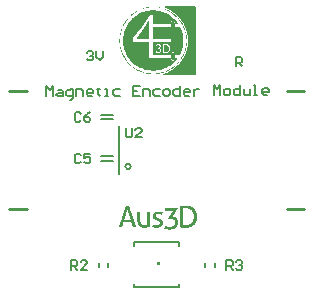
<source format=gto>
G04 Layer_Color=65535*
%FSLAX44Y44*%
%MOMM*%
G71*
G01*
G75*
%ADD29C,0.2032*%
%ADD30C,0.1270*%
%ADD31C,0.2540*%
%ADD32C,0.1800*%
%ADD33C,0.1500*%
G36*
X100741Y77872D02*
X100975D01*
X101114Y77860D01*
X101184D01*
X101243Y77849D01*
X101359D01*
X101499Y77837D01*
X101522D01*
X101557Y77825D01*
X101604D01*
X101721Y77814D01*
X101849Y77791D01*
Y77779D01*
X101861Y77756D01*
X101872Y77721D01*
X101884Y77674D01*
X101907Y77604D01*
X101931Y77522D01*
X101966Y77441D01*
X102000Y77336D01*
X102070Y77091D01*
X102164Y76823D01*
X102257Y76508D01*
X102374Y76170D01*
X102490Y75809D01*
X102607Y75436D01*
X102735Y75039D01*
X102863Y74631D01*
X103131Y73827D01*
X103260Y73419D01*
X103388Y73034D01*
X103399Y73011D01*
X103423Y72941D01*
X103446Y72836D01*
X103493Y72696D01*
X103551Y72521D01*
X103621Y72311D01*
X103691Y72090D01*
X103772Y71833D01*
X103866Y71565D01*
X103959Y71285D01*
X104146Y70690D01*
X104344Y70096D01*
X104437Y69804D01*
X104530Y69513D01*
Y69501D01*
X104542Y69466D01*
X104565Y69396D01*
X104600Y69315D01*
X104624Y69210D01*
X104670Y69093D01*
X104717Y68965D01*
X104763Y68814D01*
X104868Y68487D01*
X104973Y68149D01*
X105090Y67787D01*
X105206Y67449D01*
Y67438D01*
X105218Y67414D01*
X105230Y67368D01*
X105253Y67298D01*
X105276Y67228D01*
X105311Y67135D01*
X105370Y66925D01*
X105451Y66680D01*
X105533Y66423D01*
X105615Y66167D01*
X105696Y65911D01*
X105708Y65887D01*
X105719Y65841D01*
X105743Y65759D01*
X105778Y65666D01*
X105813Y65549D01*
X105859Y65421D01*
X105941Y65164D01*
Y65153D01*
X105964Y65106D01*
X105988Y65048D01*
X106011Y64966D01*
X106046Y64873D01*
X106069Y64768D01*
X106139Y64558D01*
Y64546D01*
X106151Y64511D01*
X106174Y64465D01*
X106186Y64395D01*
X106244Y64243D01*
X106302Y64068D01*
Y64057D01*
X106314Y64033D01*
X106326Y63987D01*
X106349Y63940D01*
X106384Y63812D01*
X106419Y63672D01*
Y63660D01*
X106431Y63649D01*
X106454Y63579D01*
X106489Y63474D01*
X106536Y63346D01*
X106582Y63182D01*
X106641Y63019D01*
X106687Y62856D01*
X106746Y62693D01*
X106757Y62669D01*
X106769Y62611D01*
X106804Y62518D01*
X106850Y62390D01*
X106897Y62215D01*
X106967Y62005D01*
X107060Y61760D01*
X107154Y61469D01*
Y61457D01*
X107177Y61410D01*
X107200Y61340D01*
X107224Y61235D01*
X107259Y61119D01*
X107305Y60991D01*
X107352Y60839D01*
X107398Y60676D01*
X107410Y60652D01*
X107422Y60594D01*
X107457Y60501D01*
X107492Y60384D01*
X107538Y60233D01*
X107597Y60058D01*
X107655Y59871D01*
X107725Y59661D01*
X107702D01*
X107632Y59638D01*
X107538Y59626D01*
X107410Y59603D01*
X107340D01*
X107305Y59591D01*
X107189D01*
X107049Y59580D01*
X106932D01*
X106804Y59568D01*
X106571D01*
X106454Y59556D01*
X106104D01*
X105988Y59568D01*
X105766D01*
X105650Y59580D01*
X105591D01*
X105545Y59591D01*
X105428D01*
X105311Y59603D01*
X105288D01*
X105218Y59615D01*
X105113Y59638D01*
X105008Y59661D01*
Y59673D01*
X104997Y59685D01*
X104985Y59720D01*
X104973Y59766D01*
X104938Y59883D01*
X104892Y60034D01*
X104845Y60198D01*
X104787Y60384D01*
X104728Y60571D01*
X104670Y60757D01*
Y60781D01*
X104647Y60839D01*
X104624Y60921D01*
X104589Y61037D01*
X104554Y61154D01*
X104519Y61294D01*
X104472Y61434D01*
X104425Y61562D01*
Y61574D01*
X104414Y61608D01*
X104402Y61667D01*
X104379Y61737D01*
X104332Y61888D01*
X104274Y62040D01*
Y62052D01*
X104262Y62075D01*
X104250Y62110D01*
X104239Y62168D01*
X104216Y62285D01*
X104181Y62401D01*
Y62413D01*
X104169Y62425D01*
X104157Y62495D01*
X104122Y62599D01*
X104087Y62716D01*
X104052Y62833D01*
X104017Y62949D01*
X103982Y63031D01*
Y63066D01*
X103971Y63089D01*
X103959Y63112D01*
X103947Y63159D01*
X103936Y63217D01*
X103901Y63311D01*
X103866Y63450D01*
X103842Y63532D01*
X103807Y63625D01*
X103772Y63730D01*
X103738Y63847D01*
X96847D01*
Y63835D01*
X96824Y63777D01*
X96801Y63695D01*
X96766Y63590D01*
X96731Y63439D01*
X96672Y63252D01*
X96614Y63042D01*
X96544Y62798D01*
X96463Y62518D01*
X96369Y62215D01*
X96264Y61865D01*
X96159Y61492D01*
X96043Y61084D01*
X95915Y60641D01*
X95775Y60163D01*
X95623Y59661D01*
X95600D01*
X95565Y59650D01*
X95518Y59638D01*
X95413Y59626D01*
X95285Y59603D01*
X95262D01*
X95180Y59591D01*
X95087D01*
X94970Y59580D01*
X94865D01*
X94760Y59568D01*
X94527D01*
X94422Y59556D01*
X94084D01*
X93956Y59568D01*
X93735D01*
X93606Y59580D01*
X93583D01*
X93501Y59591D01*
X93408D01*
X93292Y59603D01*
X93268D01*
X93198Y59615D01*
X93105Y59638D01*
X93000Y59661D01*
Y59673D01*
X93012Y59696D01*
X93023Y59731D01*
X93035Y59778D01*
X93058Y59848D01*
X93082Y59930D01*
X93117Y60011D01*
X93152Y60116D01*
X93222Y60349D01*
X93315Y60629D01*
X93420Y60932D01*
X93525Y61270D01*
X93641Y61632D01*
X93770Y62017D01*
X93898Y62413D01*
X94026Y62809D01*
X94294Y63625D01*
X94422Y64022D01*
X94551Y64406D01*
Y64418D01*
X94562Y64430D01*
X94586Y64500D01*
X94609Y64605D01*
X94656Y64745D01*
X94714Y64931D01*
X94784Y65129D01*
X94854Y65363D01*
X94935Y65619D01*
X95029Y65887D01*
X95122Y66167D01*
X95308Y66761D01*
X95507Y67356D01*
X95600Y67659D01*
X95693Y67939D01*
Y67951D01*
X95705Y67986D01*
X95728Y68056D01*
X95763Y68137D01*
X95786Y68242D01*
X95833Y68359D01*
X95868Y68487D01*
X95926Y68639D01*
X96020Y68953D01*
X96136Y69292D01*
X96253Y69653D01*
X96358Y69991D01*
Y70003D01*
X96369Y70026D01*
X96381Y70073D01*
X96404Y70142D01*
X96428Y70212D01*
X96463Y70306D01*
X96532Y70516D01*
X96614Y70760D01*
X96696Y71017D01*
X96777Y71273D01*
X96859Y71530D01*
X96871Y71553D01*
X96882Y71600D01*
X96906Y71681D01*
X96941Y71786D01*
X96976Y71903D01*
X97022Y72031D01*
X97104Y72288D01*
Y72299D01*
X97127Y72346D01*
X97150Y72404D01*
X97174Y72486D01*
X97209Y72579D01*
X97232Y72672D01*
X97302Y72882D01*
Y72894D01*
X97314Y72929D01*
X97337Y72987D01*
X97360Y73046D01*
X97407Y73209D01*
X97465Y73384D01*
Y73395D01*
X97477Y73419D01*
X97489Y73465D01*
X97500Y73512D01*
X97547Y73640D01*
X97593Y73768D01*
Y73780D01*
X97605Y73792D01*
X97628Y73862D01*
X97652Y73967D01*
X97698Y74106D01*
X97745Y74258D01*
X97803Y74421D01*
X97850Y74584D01*
X97908Y74748D01*
X97920Y74771D01*
X97932Y74829D01*
X97967Y74923D01*
X98013Y75062D01*
X98071Y75237D01*
X98141Y75447D01*
X98223Y75692D01*
X98316Y75984D01*
Y75995D01*
X98340Y76042D01*
X98363Y76112D01*
X98386Y76205D01*
X98421Y76322D01*
X98468Y76462D01*
X98514Y76601D01*
X98561Y76765D01*
X98573Y76788D01*
X98584Y76846D01*
X98619Y76940D01*
X98666Y77056D01*
X98713Y77208D01*
X98771Y77382D01*
X98829Y77581D01*
X98899Y77791D01*
X98923D01*
X99004Y77802D01*
X99109Y77825D01*
X99237Y77837D01*
X99307D01*
X99354Y77849D01*
X99471D01*
X99610Y77860D01*
X99680D01*
X99727Y77872D01*
X100065D01*
X100123Y77884D01*
X100613D01*
X100741Y77872D01*
D02*
G37*
G36*
X142631Y75902D02*
X142666Y75844D01*
X142724Y75750D01*
X142806Y75622D01*
Y75610D01*
X142782Y75599D01*
X142771Y75564D01*
X142736Y75517D01*
X142689Y75447D01*
X142642Y75377D01*
X142584Y75284D01*
X142514Y75191D01*
X142444Y75074D01*
X142351Y74934D01*
X142258Y74794D01*
X142153Y74643D01*
X142048Y74468D01*
X141919Y74281D01*
X141791Y74083D01*
X141651Y73873D01*
X141500Y73652D01*
X141348Y73407D01*
X141185Y73162D01*
X141010Y72894D01*
X140824Y72614D01*
X140625Y72323D01*
X140427Y72008D01*
X140217Y71693D01*
X139996Y71355D01*
X139763Y71005D01*
X139529Y70644D01*
X139285Y70271D01*
X139028Y69886D01*
X138760Y69490D01*
X138480Y69070D01*
X138200Y68639D01*
X138212D01*
X138235Y68650D01*
X138294Y68662D01*
X138795D01*
X138947Y68650D01*
X139121Y68639D01*
X139308Y68615D01*
X139693Y68557D01*
X139716D01*
X139786Y68534D01*
X139879Y68510D01*
X140007Y68475D01*
X140147Y68440D01*
X140311Y68382D01*
X140649Y68254D01*
X140672Y68242D01*
X140719Y68219D01*
X140800Y68172D01*
X140905Y68114D01*
X141033Y68044D01*
X141162Y67962D01*
X141430Y67776D01*
X141441Y67764D01*
X141488Y67729D01*
X141558Y67671D01*
X141651Y67589D01*
X141745Y67508D01*
X141849Y67403D01*
X142071Y67158D01*
X142083Y67146D01*
X142118Y67100D01*
X142176Y67041D01*
X142234Y66948D01*
X142316Y66855D01*
X142397Y66727D01*
X142479Y66598D01*
X142561Y66458D01*
X142572Y66447D01*
X142596Y66389D01*
X142631Y66318D01*
X142689Y66225D01*
X142747Y66109D01*
X142806Y65969D01*
X142922Y65677D01*
X142934Y65654D01*
X142945Y65607D01*
X142969Y65526D01*
X143004Y65421D01*
X143039Y65304D01*
X143074Y65164D01*
X143132Y64861D01*
Y64850D01*
X143144Y64791D01*
X143155Y64710D01*
X143167Y64616D01*
X143179Y64488D01*
X143190Y64360D01*
X143202Y64057D01*
Y64045D01*
Y64022D01*
Y63975D01*
Y63917D01*
Y63847D01*
X143190Y63765D01*
Y63567D01*
X143167Y63334D01*
X143144Y63077D01*
X143109Y62821D01*
X143062Y62553D01*
Y62541D01*
X143050Y62518D01*
Y62483D01*
X143039Y62436D01*
X143015Y62378D01*
X143004Y62296D01*
X142957Y62133D01*
X142887Y61935D01*
X142817Y61713D01*
X142736Y61480D01*
X142631Y61259D01*
Y61247D01*
X142619Y61235D01*
X142607Y61200D01*
X142584Y61165D01*
X142514Y61049D01*
X142444Y60909D01*
X142339Y60746D01*
X142234Y60559D01*
X142106Y60373D01*
X141978Y60186D01*
X141966Y60163D01*
X141908Y60104D01*
X141826Y60011D01*
X141721Y59895D01*
X141593Y59766D01*
X141453Y59626D01*
X141290Y59475D01*
X141115Y59323D01*
X141092Y59312D01*
X141033Y59253D01*
X140928Y59183D01*
X140800Y59090D01*
X140637Y58985D01*
X140462Y58869D01*
X140264Y58752D01*
X140066Y58647D01*
X140054D01*
X140042Y58636D01*
X140007Y58624D01*
X139972Y58601D01*
X139856Y58554D01*
X139704Y58484D01*
X139518Y58414D01*
X139308Y58332D01*
X139086Y58251D01*
X138853Y58181D01*
X138842D01*
X138830Y58169D01*
X138795D01*
X138748Y58158D01*
X138620Y58123D01*
X138445Y58076D01*
X138247Y58041D01*
X138026Y57994D01*
X137781Y57948D01*
X137524Y57901D01*
X137489D01*
X137454Y57889D01*
X137408D01*
X137338Y57878D01*
X137268D01*
X137093Y57866D01*
X136883Y57843D01*
X136638Y57831D01*
X136382Y57819D01*
X135880D01*
X135729Y57831D01*
X135542D01*
X135332Y57843D01*
X135111Y57854D01*
X134889Y57866D01*
X134866D01*
X134831Y57878D01*
X134784D01*
X134668Y57889D01*
X134528Y57913D01*
X134353Y57924D01*
X134155Y57959D01*
X133747Y58018D01*
X133723D01*
X133653Y58041D01*
X133537Y58064D01*
X133397Y58088D01*
X133222Y58123D01*
X133036Y58169D01*
X132639Y58274D01*
X132628D01*
X132616Y58286D01*
X132546Y58309D01*
X132429Y58332D01*
X132289Y58379D01*
X132126Y58437D01*
X131940Y58496D01*
X131543Y58647D01*
Y58659D01*
X131555Y58694D01*
Y58752D01*
X131567Y58822D01*
X131590Y58904D01*
X131602Y58997D01*
X131648Y59195D01*
Y59207D01*
X131660Y59242D01*
X131683Y59300D01*
X131706Y59370D01*
X131730Y59452D01*
X131765Y59545D01*
X131835Y59731D01*
Y59743D01*
X131858Y59778D01*
X131870Y59825D01*
X131905Y59895D01*
X131940Y59976D01*
X131975Y60069D01*
X132056Y60256D01*
X132068Y60268D01*
X132080Y60303D01*
X132103Y60349D01*
X132138Y60419D01*
X132173Y60489D01*
X132219Y60582D01*
X132324Y60769D01*
X132348Y60757D01*
X132394Y60746D01*
X132476Y60711D01*
X132581Y60676D01*
X132709Y60629D01*
X132849Y60582D01*
X133152Y60478D01*
X133175D01*
X133222Y60454D01*
X133304Y60431D01*
X133420Y60396D01*
X133549Y60361D01*
X133688Y60326D01*
X134015Y60233D01*
X134038D01*
X134097Y60221D01*
X134178Y60198D01*
X134295Y60174D01*
X134446Y60151D01*
X134598Y60128D01*
X134773Y60104D01*
X134959Y60081D01*
X134983D01*
X135053Y60069D01*
X135146D01*
X135286Y60058D01*
X135449Y60046D01*
X135624D01*
X135822Y60034D01*
X136207D01*
X136335Y60046D01*
X136475D01*
X136638Y60058D01*
X136965Y60081D01*
X136988D01*
X137046Y60093D01*
X137128Y60104D01*
X137244Y60128D01*
X137373Y60139D01*
X137524Y60174D01*
X137839Y60233D01*
X137862D01*
X137909Y60256D01*
X137991Y60279D01*
X138096Y60314D01*
X138224Y60349D01*
X138352Y60396D01*
X138620Y60501D01*
X138632Y60512D01*
X138678Y60536D01*
X138760Y60571D01*
X138842Y60617D01*
X138947Y60664D01*
X139063Y60734D01*
X139296Y60897D01*
X139308Y60909D01*
X139355Y60932D01*
X139413Y60979D01*
X139483Y61049D01*
X139576Y61119D01*
X139669Y61212D01*
X139856Y61422D01*
X139868Y61434D01*
X139902Y61469D01*
X139949Y61539D01*
X140007Y61608D01*
X140066Y61713D01*
X140147Y61818D01*
X140217Y61947D01*
X140287Y62075D01*
X140299Y62086D01*
X140322Y62133D01*
X140346Y62203D01*
X140392Y62308D01*
X140439Y62425D01*
X140474Y62553D01*
X140520Y62704D01*
X140555Y62856D01*
Y62879D01*
X140567Y62937D01*
X140590Y63019D01*
X140614Y63147D01*
X140625Y63287D01*
X140649Y63450D01*
X140660Y63637D01*
Y63824D01*
Y63835D01*
Y63858D01*
Y63905D01*
Y63952D01*
X140649Y64022D01*
Y64103D01*
X140625Y64290D01*
X140590Y64500D01*
X140544Y64733D01*
X140485Y64966D01*
X140392Y65188D01*
Y65199D01*
X140380Y65211D01*
X140346Y65281D01*
X140287Y65398D01*
X140206Y65526D01*
X140089Y65677D01*
X139961Y65841D01*
X139809Y65992D01*
X139623Y66144D01*
X139599Y66155D01*
X139529Y66202D01*
X139413Y66272D01*
X139273Y66354D01*
X139098Y66447D01*
X138888Y66540D01*
X138667Y66633D01*
X138422Y66715D01*
X138410D01*
X138387Y66727D01*
X138352Y66738D01*
X138305Y66750D01*
X138235Y66761D01*
X138165Y66773D01*
X137979Y66808D01*
X137757Y66843D01*
X137501Y66878D01*
X137221Y66890D01*
X136918Y66901D01*
X136592D01*
X136405Y66890D01*
X136312D01*
X136242Y66878D01*
X136090D01*
X135904Y66866D01*
X135857D01*
X135810Y66855D01*
X135740D01*
X135659Y66843D01*
X135577Y66831D01*
X135379Y66796D01*
X135367D01*
X135332Y66785D01*
X135286D01*
X135216Y66773D01*
X135064Y66738D01*
X134878Y66703D01*
X134866Y66715D01*
X134854Y66738D01*
X134831Y66785D01*
X134796Y66831D01*
X134773Y66878D01*
X134749Y66913D01*
X134726Y66936D01*
Y66948D01*
Y66960D01*
X134703Y66983D01*
X134668Y67041D01*
Y67053D01*
X134679Y67065D01*
X134703Y67100D01*
X134738Y67146D01*
X134773Y67205D01*
X134819Y67274D01*
X134866Y67356D01*
X134936Y67461D01*
X135006Y67566D01*
X135076Y67694D01*
X135169Y67822D01*
X135262Y67974D01*
X135367Y68137D01*
X135472Y68312D01*
X135601Y68499D01*
X135729Y68697D01*
X135857Y68918D01*
X136009Y69140D01*
X136160Y69385D01*
X136312Y69630D01*
X136487Y69898D01*
X136661Y70177D01*
X136848Y70469D01*
X137035Y70772D01*
X137244Y71087D01*
X137454Y71425D01*
X137664Y71763D01*
X137897Y72125D01*
X138130Y72486D01*
X138364Y72871D01*
X138620Y73267D01*
X138877Y73675D01*
X132406D01*
Y73687D01*
X132394Y73722D01*
X132383Y73768D01*
X132371Y73838D01*
X132359Y73908D01*
X132348Y74001D01*
X132324Y74188D01*
Y74200D01*
Y74235D01*
X132313Y74293D01*
Y74363D01*
Y74456D01*
X132301Y74549D01*
Y74759D01*
Y74771D01*
Y74783D01*
Y74853D01*
Y74934D01*
Y75039D01*
Y75051D01*
Y75062D01*
X132313Y75132D01*
Y75226D01*
X132324Y75342D01*
Y75354D01*
Y75366D01*
X132336Y75436D01*
Y75529D01*
X132348Y75634D01*
Y75645D01*
X132359Y75657D01*
X132371Y75727D01*
X132383Y75820D01*
X132406Y75914D01*
X142619D01*
X142631Y75902D01*
D02*
G37*
G36*
X150034Y78047D02*
X150244Y78035D01*
X150489Y78024D01*
X150757Y78012D01*
X151048Y77989D01*
X151363Y77954D01*
X151701Y77907D01*
X152039Y77860D01*
X152401Y77802D01*
X152750Y77732D01*
X153112Y77651D01*
X153462Y77557D01*
X153800Y77453D01*
X153823Y77441D01*
X153881Y77429D01*
X153975Y77394D01*
X154091Y77336D01*
X154243Y77278D01*
X154429Y77196D01*
X154616Y77114D01*
X154837Y77009D01*
X155059Y76881D01*
X155304Y76753D01*
X155548Y76601D01*
X155793Y76438D01*
X156050Y76263D01*
X156294Y76077D01*
X156528Y75867D01*
X156761Y75645D01*
X156772Y75634D01*
X156807Y75587D01*
X156877Y75517D01*
X156959Y75424D01*
X157052Y75307D01*
X157169Y75167D01*
X157285Y75004D01*
X157425Y74818D01*
X157565Y74608D01*
X157717Y74386D01*
X157857Y74141D01*
X158008Y73885D01*
X158148Y73605D01*
X158288Y73314D01*
X158416Y73011D01*
X158533Y72696D01*
X158545Y72672D01*
X158556Y72614D01*
X158591Y72521D01*
X158626Y72393D01*
X158673Y72229D01*
X158720Y72031D01*
X158778Y71798D01*
X158836Y71542D01*
X158883Y71262D01*
X158941Y70959D01*
X158988Y70620D01*
X159034Y70271D01*
X159069Y69898D01*
X159104Y69513D01*
X159116Y69105D01*
X159128Y68685D01*
Y68674D01*
Y68662D01*
Y68627D01*
Y68580D01*
Y68522D01*
Y68452D01*
X159116Y68289D01*
X159104Y68079D01*
X159093Y67846D01*
X159081Y67578D01*
X159058Y67286D01*
X159023Y66971D01*
X158976Y66633D01*
X158929Y66295D01*
X158871Y65945D01*
X158801Y65596D01*
X158720Y65246D01*
X158626Y64896D01*
X158521Y64558D01*
X158510Y64535D01*
X158498Y64476D01*
X158463Y64383D01*
X158405Y64267D01*
X158346Y64115D01*
X158265Y63940D01*
X158172Y63742D01*
X158067Y63532D01*
X157950Y63311D01*
X157810Y63077D01*
X157659Y62833D01*
X157495Y62588D01*
X157320Y62343D01*
X157134Y62110D01*
X156924Y61877D01*
X156703Y61655D01*
X156691Y61643D01*
X156644Y61608D01*
X156586Y61550D01*
X156493Y61469D01*
X156376Y61375D01*
X156236Y61259D01*
X156073Y61142D01*
X155886Y61002D01*
X155677Y60874D01*
X155455Y60722D01*
X155210Y60582D01*
X154942Y60443D01*
X154662Y60303D01*
X154359Y60163D01*
X154044Y60046D01*
X153718Y59930D01*
X153695Y59918D01*
X153636Y59906D01*
X153531Y59883D01*
X153403Y59836D01*
X153228Y59801D01*
X153019Y59755D01*
X152785Y59696D01*
X152517Y59650D01*
X152226Y59591D01*
X151899Y59545D01*
X151561Y59487D01*
X151188Y59452D01*
X150803Y59417D01*
X150395Y59382D01*
X149976Y59370D01*
X149532Y59358D01*
X148786D01*
X148576Y59370D01*
X148250D01*
X148133Y59382D01*
X147982Y59393D01*
X147807Y59405D01*
X147609Y59417D01*
X147399Y59428D01*
X147189Y59452D01*
X147131D01*
X147096Y59463D01*
X146979Y59475D01*
X146839Y59487D01*
X146676Y59498D01*
X146490Y59510D01*
X146117Y59545D01*
X146093D01*
X146035Y59556D01*
X145930Y59568D01*
X145813Y59580D01*
X145662Y59591D01*
X145510Y59615D01*
X145184Y59661D01*
Y59673D01*
Y59696D01*
Y59731D01*
Y59778D01*
Y59848D01*
Y59930D01*
Y60011D01*
Y60116D01*
Y60349D01*
Y60629D01*
Y60932D01*
Y61270D01*
Y61632D01*
Y62017D01*
Y62413D01*
Y62809D01*
Y63625D01*
Y64022D01*
Y64406D01*
Y64418D01*
Y64430D01*
Y64500D01*
Y64605D01*
Y64745D01*
Y64931D01*
Y65129D01*
Y65363D01*
Y65619D01*
Y65887D01*
Y66167D01*
Y66761D01*
Y67356D01*
Y67659D01*
Y67939D01*
Y67951D01*
Y67986D01*
Y68056D01*
Y68137D01*
Y68242D01*
Y68359D01*
Y68487D01*
Y68639D01*
Y68953D01*
Y69292D01*
Y69653D01*
Y69991D01*
Y70003D01*
Y70026D01*
Y70073D01*
Y70142D01*
Y70212D01*
Y70306D01*
Y70516D01*
Y70760D01*
Y71017D01*
Y71273D01*
Y71530D01*
Y71553D01*
Y71600D01*
Y71681D01*
Y71786D01*
Y71903D01*
Y72031D01*
Y72288D01*
Y72299D01*
Y72346D01*
Y72404D01*
Y72486D01*
Y72579D01*
Y72672D01*
Y72882D01*
Y72894D01*
Y72929D01*
Y72987D01*
Y73046D01*
Y73209D01*
Y73372D01*
Y73384D01*
Y73407D01*
Y73454D01*
Y73500D01*
Y73629D01*
Y73768D01*
Y73780D01*
Y73792D01*
Y73862D01*
Y73967D01*
Y74106D01*
Y74258D01*
Y74421D01*
Y74584D01*
Y74748D01*
Y74771D01*
Y74829D01*
Y74923D01*
Y75062D01*
Y75237D01*
Y75447D01*
Y75692D01*
Y75984D01*
Y75995D01*
Y76042D01*
Y76112D01*
Y76205D01*
Y76322D01*
Y76462D01*
Y76601D01*
Y76765D01*
Y76788D01*
Y76846D01*
Y76928D01*
Y77056D01*
Y77208D01*
Y77382D01*
Y77581D01*
Y77791D01*
X145324D01*
X145382Y77802D01*
X145475Y77814D01*
X145592Y77825D01*
X145744Y77837D01*
X145895Y77849D01*
X146233Y77884D01*
X146257D01*
X146315Y77895D01*
X146408Y77907D01*
X146525Y77919D01*
X146676Y77930D01*
X146851Y77942D01*
X147049Y77965D01*
X147259Y77977D01*
X147317D01*
X147364Y77989D01*
X147481D01*
X147644Y78000D01*
X147819Y78012D01*
X148029Y78024D01*
X148250Y78035D01*
X148472Y78047D01*
X148681D01*
X148833Y78059D01*
X149871D01*
X150034Y78047D01*
D02*
G37*
G36*
X123066Y246509D02*
X123694D01*
X124371Y246461D01*
X125772Y246316D01*
X125868D01*
X126110Y246268D01*
X126545Y246171D01*
X127076Y246074D01*
X127801Y245929D01*
X128574Y245736D01*
X129492Y245495D01*
X130506Y245205D01*
X131569Y244818D01*
X132680Y244384D01*
X133840Y243900D01*
X135047Y243321D01*
X136303Y242693D01*
X137559Y241968D01*
X138767Y241147D01*
X139975Y240229D01*
X140023Y240180D01*
X140168Y240084D01*
X140410Y239891D01*
X140748Y239601D01*
X141135Y239263D01*
X141569Y238828D01*
X142052Y238345D01*
X142584Y237813D01*
X143163Y237185D01*
X143743Y236557D01*
X144371Y235833D01*
X144951Y235060D01*
X146159Y233369D01*
X147270Y231533D01*
Y231485D01*
X147318Y231340D01*
X147463Y231050D01*
X147560Y230856D01*
X147656Y230615D01*
Y230567D01*
X147705Y230518D01*
X147850Y230228D01*
X148043Y229939D01*
X148139Y229794D01*
X148188Y229697D01*
X148236Y229649D01*
X148285Y229455D01*
X148429Y229117D01*
X148574Y228731D01*
X148768Y228199D01*
X148961Y227620D01*
X149202Y226895D01*
X149444Y226122D01*
X149685Y225301D01*
X149927Y224383D01*
X150120Y223417D01*
X150314Y222402D01*
X150603Y220228D01*
X150652Y219117D01*
X150700Y217957D01*
Y217909D01*
Y217716D01*
Y217474D01*
Y217185D01*
X150652Y216556D01*
Y216267D01*
X150603Y215977D01*
Y215880D01*
Y215687D01*
X150555Y215349D01*
X150507Y214866D01*
X150410Y214286D01*
X150314Y213610D01*
X150169Y212836D01*
X149975Y211967D01*
X149782Y211049D01*
X149492Y210083D01*
X149202Y209020D01*
X148864Y207957D01*
X148429Y206894D01*
X147946Y205735D01*
X147415Y204624D01*
X146835Y203512D01*
X146787Y203464D01*
X146739Y203319D01*
X146594Y203126D01*
X146400Y202836D01*
X146159Y202450D01*
X145869Y202015D01*
X145531Y201580D01*
X145144Y201049D01*
X144226Y199937D01*
X143212Y198682D01*
X142052Y197474D01*
X140748Y196266D01*
X140651Y196169D01*
X140361Y195976D01*
X139927Y195638D01*
X139347Y195203D01*
X138622Y194672D01*
X137801Y194092D01*
X136883Y193512D01*
X135869Y192884D01*
X135772Y192836D01*
X135627Y192787D01*
X135434Y192643D01*
X135144Y192498D01*
X134806Y192353D01*
X134323Y192111D01*
X133743Y191821D01*
X133695D01*
X133550Y191725D01*
X133308Y191628D01*
X133018Y191532D01*
X132632Y191387D01*
X132149Y191242D01*
X131665Y191048D01*
X131086Y190855D01*
X130409Y190662D01*
X129733Y190469D01*
X128284Y190082D01*
X126690Y189792D01*
X125047Y189551D01*
X124854D01*
X124564Y189502D01*
X124177D01*
X123694Y189454D01*
X123066D01*
X122342Y189406D01*
X121230D01*
X120844Y189454D01*
X120312Y189502D01*
X119684Y189551D01*
X118960Y189647D01*
X118139Y189744D01*
X117221Y189889D01*
X116206Y190082D01*
X115143Y190324D01*
X114080Y190614D01*
X112921Y191000D01*
X111762Y191387D01*
X110554Y191821D01*
X109394Y192353D01*
X108187Y192981D01*
X108138Y193029D01*
X107897Y193126D01*
X107607Y193319D01*
X107172Y193609D01*
X106641Y193947D01*
X106061Y194333D01*
X105385Y194817D01*
X104660Y195396D01*
X103887Y195976D01*
X103114Y196652D01*
X102293Y197425D01*
X101471Y198247D01*
X100650Y199116D01*
X99829Y200034D01*
X99056Y201049D01*
X98331Y202111D01*
X98283Y202208D01*
X98138Y202450D01*
X97896Y202836D01*
X97558Y203368D01*
X97220Y204044D01*
X96785Y204865D01*
X96350Y205783D01*
X95916Y206846D01*
X95481Y207957D01*
X95046Y209165D01*
X94611Y210518D01*
X94273Y211870D01*
X93935Y213320D01*
X93693Y214817D01*
X93548Y216363D01*
X93500Y217957D01*
Y218006D01*
Y218151D01*
Y218344D01*
Y218634D01*
X93548Y218972D01*
Y219407D01*
X93597Y219938D01*
X93645Y220518D01*
Y220615D01*
X93693Y220856D01*
X93742Y221243D01*
X93790Y221774D01*
X93935Y222402D01*
X94080Y223175D01*
X94273Y223996D01*
X94466Y224914D01*
X94756Y225929D01*
X95046Y226992D01*
X95432Y228054D01*
X95867Y229214D01*
X96350Y230325D01*
X96930Y231485D01*
X97558Y232644D01*
X98235Y233755D01*
X98283Y233803D01*
X98331Y233900D01*
X98476Y234093D01*
X98621Y234335D01*
X98862Y234625D01*
X99104Y234963D01*
X99732Y235736D01*
X100505Y236654D01*
X101375Y237668D01*
X102389Y238683D01*
X103452Y239649D01*
X103549Y239697D01*
X103742Y239891D01*
X104128Y240180D01*
X104612Y240567D01*
X105239Y241002D01*
X106012Y241533D01*
X106834Y242065D01*
X107848Y242644D01*
X108911Y243224D01*
X110071Y243804D01*
X111327Y244384D01*
X112679Y244915D01*
X114080Y245398D01*
X115578Y245784D01*
X117124Y246123D01*
X118718Y246364D01*
X118815D01*
X119008Y246413D01*
X119298D01*
X119733Y246461D01*
X120168Y246509D01*
X120699D01*
X121762Y246558D01*
X122535D01*
X123066Y246509D01*
D02*
G37*
G36*
X157850Y246558D02*
X158092Y246364D01*
Y217764D01*
Y189213D01*
X157850Y189019D01*
X157657Y188826D01*
X130651D01*
Y188923D01*
Y189019D01*
Y189213D01*
X130603Y189357D01*
Y189599D01*
X130699Y189647D01*
X130893Y189744D01*
X130941D01*
X130989Y189792D01*
X131279Y189889D01*
X131714Y190034D01*
X132294Y190227D01*
X132970Y190469D01*
X133743Y190758D01*
X134564Y191097D01*
X135434Y191483D01*
X135530Y191532D01*
X135772Y191676D01*
X136159Y191870D01*
X136690Y192208D01*
X137318Y192594D01*
X138091Y193077D01*
X138912Y193657D01*
X139830Y194333D01*
X140748Y195058D01*
X141763Y195928D01*
X142729Y196846D01*
X143743Y197860D01*
X144758Y198923D01*
X145724Y200131D01*
X146642Y201387D01*
X147512Y202740D01*
X147560Y202836D01*
X147705Y203078D01*
X147898Y203416D01*
X148188Y203947D01*
X148478Y204575D01*
X148864Y205348D01*
X149202Y206266D01*
X149637Y207232D01*
X150024Y208295D01*
X150410Y209503D01*
X150748Y210711D01*
X151038Y212064D01*
X151328Y213465D01*
X151521Y214866D01*
X151666Y216363D01*
X151714Y217909D01*
Y217957D01*
Y218102D01*
Y218344D01*
Y218634D01*
Y219262D01*
X151666Y219552D01*
Y219842D01*
Y219890D01*
Y219938D01*
Y220083D01*
X151618Y220276D01*
X151570Y220760D01*
X151473Y221436D01*
X151328Y222257D01*
X151135Y223272D01*
X150893Y224335D01*
X150603Y225542D01*
X150217Y226798D01*
X149782Y228199D01*
X149202Y229600D01*
X148574Y231050D01*
X147801Y232499D01*
X146980Y233948D01*
X146014Y235446D01*
X144903Y236847D01*
X144806Y236944D01*
X144613Y237185D01*
X144226Y237572D01*
X143743Y238103D01*
X143163Y238731D01*
X142487Y239359D01*
X141714Y240084D01*
X140845Y240809D01*
X140796Y240857D01*
X140700Y240905D01*
X140555Y241050D01*
X140361Y241195D01*
X140120Y241388D01*
X139830Y241581D01*
X139105Y242113D01*
X138236Y242693D01*
X137318Y243321D01*
X136303Y243900D01*
X135289Y244432D01*
X135240Y244480D01*
X135096Y244528D01*
X134806Y244673D01*
X134468Y244867D01*
X133984Y245060D01*
X133405Y245301D01*
X132777Y245543D01*
X132004Y245833D01*
X131955D01*
X131859Y245881D01*
X131665Y245978D01*
Y246026D01*
Y246123D01*
X131762Y246364D01*
Y246413D01*
Y246509D01*
X131811Y246751D01*
X157657D01*
X157850Y246558D01*
D02*
G37*
G36*
X126926Y72871D02*
X127101D01*
X127451Y72847D01*
X127474D01*
X127533Y72836D01*
X127626Y72824D01*
X127754Y72812D01*
X127894Y72789D01*
X128057Y72766D01*
X128396Y72707D01*
X128419D01*
X128477Y72684D01*
X128570Y72672D01*
X128687Y72638D01*
X128827Y72614D01*
X128978Y72579D01*
X129282Y72498D01*
X129305D01*
X129352Y72474D01*
X129433Y72451D01*
X129538Y72428D01*
X129655Y72393D01*
X129783Y72346D01*
X130063Y72264D01*
Y72253D01*
Y72218D01*
X130051Y72171D01*
X130039Y72101D01*
X130016Y71938D01*
X129981Y71751D01*
Y71740D01*
X129969Y71705D01*
X129958Y71658D01*
X129946Y71600D01*
X129934Y71518D01*
X129911Y71437D01*
X129865Y71250D01*
Y71238D01*
X129853Y71203D01*
X129841Y71157D01*
X129830Y71098D01*
X129771Y70947D01*
X129713Y70772D01*
Y70760D01*
X129701Y70737D01*
X129678Y70690D01*
X129666Y70632D01*
X129608Y70492D01*
X129538Y70329D01*
X129526D01*
X129491Y70341D01*
X129433Y70364D01*
X129352Y70387D01*
X129258Y70422D01*
X129153Y70457D01*
X128920Y70527D01*
X128909D01*
X128862Y70539D01*
X128792Y70562D01*
X128699Y70586D01*
X128594Y70609D01*
X128477Y70644D01*
X128197Y70702D01*
X128186D01*
X128127Y70725D01*
X128057Y70737D01*
X127952Y70760D01*
X127836Y70784D01*
X127696Y70807D01*
X127404Y70854D01*
X127381D01*
X127335Y70865D01*
X127253D01*
X127148Y70877D01*
X127020Y70889D01*
X126868D01*
X126717Y70900D01*
X126390D01*
X126274Y70889D01*
X126134Y70877D01*
X125994Y70865D01*
X125679Y70819D01*
X125656D01*
X125609Y70807D01*
X125527Y70784D01*
X125423Y70749D01*
X125306Y70714D01*
X125178Y70679D01*
X124898Y70574D01*
X124886Y70562D01*
X124840Y70539D01*
X124781Y70504D01*
X124700Y70457D01*
X124618Y70387D01*
X124525Y70317D01*
X124443Y70224D01*
X124362Y70119D01*
X124350Y70108D01*
X124338Y70073D01*
X124303Y70003D01*
X124268Y69921D01*
X124233Y69816D01*
X124210Y69700D01*
X124187Y69560D01*
X124175Y69408D01*
Y69396D01*
Y69373D01*
Y69326D01*
X124187Y69280D01*
X124198Y69152D01*
X124222Y69012D01*
Y69000D01*
X124233Y68988D01*
X124257Y68907D01*
X124303Y68802D01*
X124362Y68685D01*
Y68674D01*
X124373Y68662D01*
X124420Y68592D01*
X124478Y68499D01*
X124560Y68405D01*
X124583Y68382D01*
X124641Y68324D01*
X124723Y68254D01*
X124840Y68172D01*
X124851D01*
X124863Y68161D01*
X124933Y68114D01*
X125038Y68044D01*
X125154Y67974D01*
X125166D01*
X125189Y67962D01*
X125224Y67939D01*
X125271Y67916D01*
X125388Y67869D01*
X125527Y67811D01*
X125539D01*
X125562Y67799D01*
X125597Y67787D01*
X125656Y67764D01*
X125784Y67717D01*
X125935Y67648D01*
X125947D01*
X125970Y67636D01*
X126017Y67624D01*
X126075Y67601D01*
X126215Y67554D01*
X126379Y67508D01*
X126390D01*
X126413Y67496D01*
X126460Y67484D01*
X126507Y67461D01*
X126635Y67414D01*
X126787Y67368D01*
X126938Y67309D01*
X127055Y67263D01*
X127101Y67251D01*
X127136Y67239D01*
X127160Y67228D01*
X127183D01*
X127218Y67216D01*
X127276Y67193D01*
X127369Y67170D01*
X127486Y67123D01*
X127498D01*
X127533Y67100D01*
X127591Y67088D01*
X127673Y67053D01*
X127754Y67030D01*
X127859Y66995D01*
X128069Y66913D01*
X128081D01*
X128116Y66890D01*
X128174Y66866D01*
X128244Y66831D01*
X128337Y66796D01*
X128431Y66750D01*
X128629Y66657D01*
X128640Y66645D01*
X128675Y66633D01*
X128734Y66598D01*
X128804Y66563D01*
X128967Y66458D01*
X129142Y66330D01*
X129153Y66318D01*
X129177Y66295D01*
X129223Y66260D01*
X129282Y66214D01*
X129422Y66097D01*
X129573Y65945D01*
X129585Y65934D01*
X129608Y65911D01*
X129643Y65864D01*
X129690Y65806D01*
X129795Y65666D01*
X129911Y65491D01*
X129923Y65479D01*
X129934Y65444D01*
X129969Y65398D01*
X130004Y65328D01*
X130051Y65246D01*
X130098Y65153D01*
X130203Y64943D01*
Y64931D01*
X130226Y64896D01*
X130238Y64826D01*
X130273Y64745D01*
X130296Y64651D01*
X130319Y64535D01*
X130366Y64290D01*
Y64278D01*
X130378Y64232D01*
X130389Y64150D01*
X130401Y64057D01*
X130412Y63940D01*
X130424Y63812D01*
X130436Y63672D01*
Y63520D01*
Y63497D01*
Y63439D01*
Y63346D01*
X130424Y63229D01*
X130412Y63101D01*
X130401Y62949D01*
X130343Y62623D01*
Y62599D01*
X130331Y62553D01*
X130308Y62471D01*
X130273Y62366D01*
X130238Y62238D01*
X130191Y62098D01*
X130063Y61807D01*
X130051Y61795D01*
X130028Y61748D01*
X129981Y61667D01*
X129934Y61574D01*
X129865Y61469D01*
X129783Y61352D01*
X129608Y61095D01*
X129596Y61084D01*
X129561Y61037D01*
X129503Y60979D01*
X129433Y60909D01*
X129340Y60816D01*
X129235Y60711D01*
X129107Y60606D01*
X128978Y60501D01*
X128967Y60489D01*
X128920Y60454D01*
X128850Y60408D01*
X128757Y60338D01*
X128640Y60268D01*
X128512Y60186D01*
X128361Y60104D01*
X128209Y60023D01*
X128186Y60011D01*
X128139Y59988D01*
X128057Y59953D01*
X127941Y59895D01*
X127813Y59848D01*
X127649Y59778D01*
X127486Y59720D01*
X127300Y59661D01*
X127276Y59650D01*
X127218Y59638D01*
X127113Y59615D01*
X126985Y59580D01*
X126833Y59533D01*
X126658Y59498D01*
X126460Y59463D01*
X126262Y59428D01*
X126239D01*
X126169Y59417D01*
X126064Y59405D01*
X125924Y59393D01*
X125761Y59382D01*
X125562Y59370D01*
X125353Y59358D01*
X124770D01*
X124595Y59370D01*
X124408D01*
X124000Y59393D01*
X123977D01*
X123907Y59405D01*
X123814D01*
X123685Y59428D01*
X123534Y59440D01*
X123371Y59463D01*
X123021Y59521D01*
X122998D01*
X122939Y59533D01*
X122858Y59556D01*
X122741Y59580D01*
X122601Y59603D01*
X122461Y59638D01*
X122147Y59720D01*
X122123D01*
X122077Y59731D01*
X121995Y59755D01*
X121878Y59790D01*
X121762Y59825D01*
X121622Y59860D01*
X121330Y59965D01*
Y59976D01*
Y60011D01*
X121342Y60058D01*
X121354Y60128D01*
X121365Y60279D01*
X121400Y60466D01*
Y60478D01*
X121412Y60512D01*
X121424Y60559D01*
X121435Y60629D01*
X121459Y60711D01*
X121482Y60792D01*
X121540Y60991D01*
Y61002D01*
X121552Y61037D01*
X121575Y61084D01*
X121599Y61142D01*
X121622Y61224D01*
X121645Y61305D01*
X121715Y61492D01*
Y61504D01*
X121727Y61539D01*
X121750Y61585D01*
X121773Y61655D01*
X121797Y61725D01*
X121832Y61818D01*
X121902Y62005D01*
X121913Y61993D01*
X121960Y61982D01*
X122030Y61958D01*
X122123Y61923D01*
X122228Y61877D01*
X122356Y61842D01*
X122625Y61748D01*
X122636D01*
X122694Y61737D01*
X122764Y61713D01*
X122858Y61690D01*
X122974Y61667D01*
X123114Y61632D01*
X123406Y61562D01*
X123429D01*
X123476Y61550D01*
X123557Y61539D01*
X123662Y61515D01*
X123790Y61504D01*
X123919Y61480D01*
X124222Y61445D01*
X124292D01*
X124373Y61434D01*
X124478D01*
X124607Y61422D01*
X124735D01*
X125038Y61410D01*
X125213D01*
X125306Y61422D01*
X125399D01*
X125597Y61434D01*
X125644D01*
X125702Y61445D01*
X125772Y61457D01*
X125854Y61469D01*
X125947Y61480D01*
X126145Y61527D01*
X126157D01*
X126192Y61539D01*
X126239Y61550D01*
X126309Y61574D01*
X126460Y61620D01*
X126635Y61690D01*
X126647D01*
X126670Y61702D01*
X126717Y61725D01*
X126775Y61748D01*
X126915Y61818D01*
X127066Y61900D01*
X127078D01*
X127101Y61923D01*
X127136Y61947D01*
X127183Y61982D01*
X127300Y62063D01*
X127416Y62180D01*
X127428Y62191D01*
X127439Y62203D01*
X127474Y62238D01*
X127509Y62285D01*
X127603Y62401D01*
X127696Y62530D01*
X127708Y62541D01*
X127719Y62564D01*
X127743Y62588D01*
X127766Y62634D01*
X127824Y62751D01*
X127882Y62902D01*
Y62914D01*
X127894Y62937D01*
Y62984D01*
X127906Y63031D01*
X127917Y63171D01*
X127929Y63334D01*
Y63346D01*
Y63380D01*
Y63427D01*
Y63497D01*
X127917Y63649D01*
X127894Y63812D01*
Y63824D01*
X127882Y63847D01*
X127871Y63882D01*
X127859Y63940D01*
X127813Y64057D01*
X127743Y64173D01*
Y64185D01*
X127731Y64197D01*
X127684Y64278D01*
X127614Y64372D01*
X127521Y64476D01*
Y64488D01*
X127498Y64500D01*
X127439Y64558D01*
X127358Y64640D01*
X127241Y64733D01*
X127230D01*
X127218Y64756D01*
X127183Y64768D01*
X127136Y64803D01*
X127020Y64861D01*
X126891Y64943D01*
X126880D01*
X126868Y64955D01*
X126833Y64978D01*
X126787Y65001D01*
X126670Y65059D01*
X126518Y65129D01*
X126507D01*
X126483Y65141D01*
X126437Y65164D01*
X126390Y65176D01*
X126250Y65223D01*
X126087Y65281D01*
X126075D01*
X126052Y65293D01*
X126005Y65316D01*
X125935Y65328D01*
X125784Y65374D01*
X125609Y65433D01*
X125597D01*
X125586Y65444D01*
X125504Y65467D01*
X125399Y65514D01*
X125283Y65549D01*
X125166Y65596D01*
X125073Y65631D01*
X125026Y65654D01*
X125003D01*
X124991Y65666D01*
X124968Y65677D01*
X124945Y65689D01*
X124898Y65701D01*
X124816Y65736D01*
X124723Y65771D01*
X124711D01*
X124688Y65782D01*
X124641Y65806D01*
X124595Y65817D01*
X124525Y65852D01*
X124443Y65887D01*
X124257Y65957D01*
X124035Y66050D01*
X123802Y66167D01*
X123569Y66283D01*
X123336Y66412D01*
X123324D01*
X123312Y66423D01*
X123242Y66470D01*
X123138Y66540D01*
X122998Y66633D01*
X122846Y66738D01*
X122694Y66855D01*
X122531Y66983D01*
X122391Y67123D01*
X122380Y67146D01*
X122333Y67193D01*
X122263Y67274D01*
X122182Y67379D01*
X122088Y67508D01*
X121995Y67659D01*
X121913Y67834D01*
X121832Y68021D01*
Y68032D01*
X121820Y68044D01*
X121808Y68114D01*
X121773Y68207D01*
X121750Y68347D01*
X121715Y68522D01*
X121680Y68709D01*
X121669Y68918D01*
X121657Y69152D01*
Y69163D01*
Y69187D01*
Y69233D01*
Y69303D01*
X121669Y69373D01*
Y69466D01*
X121692Y69665D01*
X121727Y69909D01*
X121785Y70166D01*
X121855Y70434D01*
X121960Y70690D01*
Y70702D01*
X121972Y70725D01*
X121995Y70760D01*
X122018Y70807D01*
X122088Y70935D01*
X122193Y71098D01*
X122321Y71285D01*
X122473Y71483D01*
X122660Y71681D01*
X122881Y71880D01*
X122893Y71891D01*
X122904Y71903D01*
X122939Y71926D01*
X122998Y71961D01*
X123056Y72008D01*
X123126Y72055D01*
X123301Y72160D01*
X123522Y72288D01*
X123779Y72416D01*
X124070Y72533D01*
X124397Y72638D01*
X124408D01*
X124443Y72649D01*
X124490Y72661D01*
X124560Y72672D01*
X124641Y72696D01*
X124746Y72719D01*
X124863Y72742D01*
X124991Y72766D01*
X125143Y72777D01*
X125294Y72801D01*
X125469Y72824D01*
X125656Y72847D01*
X126040Y72871D01*
X126472Y72882D01*
X126787D01*
X126926Y72871D01*
D02*
G37*
G36*
X127540Y28000D02*
X125000D01*
Y30540D01*
X127540D01*
Y28000D01*
D02*
G37*
G36*
X118416Y72684D02*
X118521Y72672D01*
X118719D01*
X118835Y72661D01*
X118894D01*
X118940Y72649D01*
X119045D01*
X119162Y72638D01*
X119185D01*
X119255Y72626D01*
X119348Y72614D01*
X119453Y72591D01*
Y72568D01*
Y72509D01*
Y72404D01*
Y72276D01*
Y72113D01*
Y71915D01*
Y71705D01*
Y71472D01*
Y71227D01*
Y70959D01*
Y70411D01*
Y69851D01*
Y69303D01*
Y69292D01*
Y69245D01*
Y69163D01*
Y69070D01*
Y68953D01*
Y68802D01*
Y68650D01*
Y68475D01*
Y68289D01*
Y68102D01*
Y67694D01*
Y67286D01*
Y66890D01*
Y66878D01*
Y66855D01*
Y66808D01*
Y66750D01*
Y66680D01*
Y66598D01*
Y66400D01*
Y66179D01*
Y65934D01*
Y65689D01*
Y65444D01*
Y65433D01*
Y65421D01*
Y65386D01*
Y65339D01*
Y65234D01*
Y65083D01*
Y64920D01*
Y64745D01*
Y64558D01*
Y64383D01*
Y64372D01*
Y64337D01*
Y64278D01*
Y64220D01*
Y64045D01*
Y63870D01*
Y63858D01*
Y63835D01*
Y63789D01*
Y63730D01*
Y63590D01*
Y63450D01*
Y63439D01*
Y63415D01*
Y63380D01*
Y63334D01*
Y63229D01*
Y63112D01*
Y63101D01*
Y63089D01*
Y63031D01*
Y62937D01*
Y62833D01*
Y62821D01*
Y62774D01*
Y62693D01*
Y62611D01*
Y62506D01*
Y62390D01*
Y62168D01*
Y62156D01*
Y62110D01*
Y62052D01*
Y61947D01*
Y61830D01*
Y61678D01*
Y61504D01*
Y61305D01*
Y61294D01*
Y61270D01*
Y61212D01*
Y61154D01*
Y61072D01*
Y60979D01*
Y60769D01*
Y60757D01*
Y60711D01*
Y60652D01*
Y60559D01*
Y60454D01*
Y60338D01*
Y60198D01*
Y60058D01*
X119430D01*
X119372Y60034D01*
X119290Y60011D01*
X119173Y59988D01*
X119022Y59953D01*
X118859Y59906D01*
X118684Y59860D01*
X118497Y59813D01*
X118474D01*
X118404Y59790D01*
X118299Y59766D01*
X118148Y59743D01*
X117984Y59708D01*
X117786Y59661D01*
X117576Y59626D01*
X117343Y59580D01*
X117320D01*
X117285Y59568D01*
X117238D01*
X117122Y59545D01*
X116958Y59521D01*
X116772Y59487D01*
X116562Y59463D01*
X116341Y59428D01*
X116107Y59405D01*
X116049D01*
X116002Y59393D01*
X115874D01*
X115711Y59382D01*
X115513Y59370D01*
X115303D01*
X115070Y59358D01*
X114603D01*
X114440Y59370D01*
X114254D01*
X114055Y59382D01*
X113834Y59393D01*
X113612Y59405D01*
X113589D01*
X113554Y59417D01*
X113519D01*
X113403Y59428D01*
X113263Y59452D01*
X113088Y59475D01*
X112890Y59498D01*
X112691Y59533D01*
X112481Y59568D01*
X112458D01*
X112388Y59591D01*
X112283Y59615D01*
X112155Y59650D01*
X111992Y59696D01*
X111817Y59755D01*
X111444Y59895D01*
X111421Y59906D01*
X111362Y59930D01*
X111269Y59988D01*
X111152Y60046D01*
X111012Y60128D01*
X110861Y60221D01*
X110709Y60326D01*
X110546Y60443D01*
X110523Y60454D01*
X110476Y60501D01*
X110395Y60571D01*
X110301Y60664D01*
X110185Y60781D01*
X110068Y60921D01*
X109940Y61072D01*
X109812Y61235D01*
X109800Y61259D01*
X109753Y61317D01*
X109695Y61410D01*
X109614Y61539D01*
X109520Y61690D01*
X109427Y61865D01*
X109334Y62075D01*
X109240Y62285D01*
Y62296D01*
X109229Y62308D01*
X109217Y62343D01*
X109205Y62390D01*
X109159Y62518D01*
X109112Y62681D01*
X109054Y62879D01*
X108996Y63112D01*
X108937Y63380D01*
X108891Y63660D01*
Y63672D01*
Y63695D01*
X108879Y63742D01*
X108867Y63800D01*
X108856Y63870D01*
Y63952D01*
X108844Y64057D01*
X108832Y64173D01*
X108809Y64430D01*
X108786Y64721D01*
X108774Y65048D01*
X108762Y65409D01*
Y65421D01*
Y65456D01*
Y65514D01*
Y65596D01*
Y65689D01*
Y65794D01*
Y65922D01*
Y66050D01*
Y66342D01*
Y66668D01*
Y66983D01*
Y67298D01*
Y67309D01*
Y67333D01*
Y67379D01*
Y67426D01*
Y67496D01*
Y67578D01*
Y67764D01*
Y67986D01*
Y68219D01*
Y68452D01*
Y68685D01*
Y68709D01*
Y68767D01*
Y68848D01*
Y68953D01*
Y69082D01*
Y69222D01*
Y69501D01*
Y69513D01*
Y69560D01*
Y69618D01*
Y69700D01*
Y69793D01*
Y69898D01*
Y70108D01*
Y70119D01*
Y70142D01*
Y70189D01*
Y70236D01*
Y70376D01*
Y70551D01*
Y70725D01*
Y70889D01*
Y71029D01*
Y71087D01*
Y71133D01*
Y71145D01*
Y71168D01*
Y71227D01*
Y71297D01*
Y71402D01*
Y71530D01*
Y71693D01*
Y71880D01*
Y71891D01*
Y71903D01*
Y71961D01*
Y72066D01*
Y72183D01*
Y72194D01*
Y72218D01*
Y72253D01*
Y72299D01*
Y72428D01*
Y72591D01*
X108797D01*
X108856Y72603D01*
X108926Y72614D01*
X109007D01*
X109112Y72626D01*
X109240Y72649D01*
X109392Y72661D01*
X109462D01*
X109509Y72672D01*
X109742D01*
X109812Y72684D01*
X109905Y72696D01*
X110091D01*
X110185Y72684D01*
X110290Y72672D01*
X110511D01*
X110639Y72661D01*
X110663D01*
X110744Y72649D01*
X110849D01*
X110966Y72638D01*
X110989D01*
X111059Y72626D01*
X111152Y72614D01*
X111269Y72591D01*
Y72579D01*
Y72544D01*
Y72486D01*
Y72416D01*
Y72323D01*
Y72218D01*
Y72090D01*
Y71961D01*
Y71670D01*
Y71355D01*
Y71040D01*
Y70725D01*
Y70714D01*
Y70690D01*
Y70655D01*
Y70597D01*
Y70527D01*
Y70446D01*
Y70259D01*
Y70049D01*
Y69816D01*
Y69583D01*
Y69350D01*
Y69326D01*
Y69280D01*
Y69187D01*
Y69082D01*
Y68965D01*
Y68825D01*
Y68557D01*
Y68545D01*
Y68499D01*
Y68440D01*
Y68359D01*
Y68266D01*
Y68161D01*
Y67962D01*
Y67951D01*
Y67927D01*
Y67881D01*
Y67834D01*
Y67694D01*
Y67531D01*
Y67356D01*
Y67193D01*
Y67053D01*
Y66995D01*
Y66948D01*
Y66936D01*
Y66913D01*
Y66855D01*
Y66785D01*
Y66680D01*
Y66563D01*
Y66412D01*
Y66225D01*
Y66214D01*
Y66202D01*
Y66132D01*
Y66039D01*
Y65911D01*
Y65899D01*
Y65876D01*
Y65841D01*
Y65794D01*
Y65666D01*
Y65502D01*
Y65491D01*
Y65479D01*
Y65444D01*
Y65398D01*
Y65293D01*
X111281Y65141D01*
Y64966D01*
X111292Y64780D01*
X111316Y64395D01*
Y64372D01*
X111327Y64313D01*
X111339Y64220D01*
X111362Y64103D01*
X111386Y63963D01*
X111409Y63812D01*
X111490Y63509D01*
Y63485D01*
X111514Y63439D01*
X111537Y63369D01*
X111560Y63264D01*
X111607Y63159D01*
X111654Y63042D01*
X111770Y62798D01*
X111782Y62786D01*
X111805Y62751D01*
X111840Y62693D01*
X111887Y62611D01*
X112015Y62436D01*
X112167Y62250D01*
X112178Y62238D01*
X112213Y62215D01*
X112260Y62168D01*
X112318Y62121D01*
X112388Y62063D01*
X112481Y62005D01*
X112668Y61877D01*
X112680Y61865D01*
X112715Y61853D01*
X112773Y61818D01*
X112855Y61783D01*
X112948Y61748D01*
X113053Y61702D01*
X113286Y61632D01*
X113298D01*
X113344Y61620D01*
X113403Y61597D01*
X113496Y61585D01*
X113601Y61562D01*
X113717Y61539D01*
X113846Y61515D01*
X113986Y61492D01*
X114055D01*
X114125Y61480D01*
X114230D01*
X114347Y61469D01*
X114487D01*
X114790Y61457D01*
X115023D01*
X115186Y61469D01*
X115373D01*
X115571Y61480D01*
X115979Y61515D01*
X116002D01*
X116072Y61527D01*
X116177Y61550D01*
X116317Y61574D01*
X116469Y61597D01*
X116644Y61632D01*
X116993Y61725D01*
Y61748D01*
Y61795D01*
Y61888D01*
Y61993D01*
Y62133D01*
Y62308D01*
Y62483D01*
Y62693D01*
Y62902D01*
Y63136D01*
Y63614D01*
Y64092D01*
Y64570D01*
Y64581D01*
Y64628D01*
Y64686D01*
Y64780D01*
Y64885D01*
Y65001D01*
Y65141D01*
Y65293D01*
Y65631D01*
Y65980D01*
Y66342D01*
Y66692D01*
Y66703D01*
Y66727D01*
Y66761D01*
Y66808D01*
Y66948D01*
Y67111D01*
Y67309D01*
Y67519D01*
Y67729D01*
Y67939D01*
Y67951D01*
Y67962D01*
Y68032D01*
Y68126D01*
Y68254D01*
Y68394D01*
Y68545D01*
Y68697D01*
Y68848D01*
Y68860D01*
Y68895D01*
Y68942D01*
Y69000D01*
Y69140D01*
Y69292D01*
Y69303D01*
Y69326D01*
Y69361D01*
Y69408D01*
Y69525D01*
Y69653D01*
Y69665D01*
Y69676D01*
Y69711D01*
Y69758D01*
Y69874D01*
Y70014D01*
Y70166D01*
Y70317D01*
Y70469D01*
Y70586D01*
Y70597D01*
Y70644D01*
Y70702D01*
Y70807D01*
Y70924D01*
Y71087D01*
Y71285D01*
Y71507D01*
Y71518D01*
Y71542D01*
Y71588D01*
Y71646D01*
Y71716D01*
Y71798D01*
Y71973D01*
Y71985D01*
Y72020D01*
Y72078D01*
Y72148D01*
Y72241D01*
Y72346D01*
Y72463D01*
Y72591D01*
X117017D01*
X117075Y72603D01*
X117168Y72626D01*
X117285Y72638D01*
X117308D01*
X117378Y72649D01*
X117483D01*
X117611Y72661D01*
X117635D01*
X117716Y72672D01*
X117949D01*
X118019Y72684D01*
X118113Y72696D01*
X118322D01*
X118416Y72684D01*
D02*
G37*
%LPC*%
G36*
X100287Y75342D02*
Y75331D01*
X100275Y75307D01*
X100263Y75261D01*
X100240Y75202D01*
X100217Y75121D01*
X100193Y75016D01*
X100158Y74899D01*
X100112Y74771D01*
X100065Y74608D01*
X100019Y74445D01*
X99960Y74246D01*
X99902Y74048D01*
X99832Y73815D01*
X99762Y73570D01*
X99680Y73314D01*
X99599Y73034D01*
X99506Y72731D01*
X99412Y72416D01*
X99319Y72078D01*
X99214Y71728D01*
X99097Y71355D01*
X98981Y70970D01*
X98864Y70562D01*
X98736Y70142D01*
X98608Y69700D01*
X98468Y69233D01*
X98328Y68755D01*
X98176Y68254D01*
X98025Y67741D01*
X97873Y67205D01*
X97710Y66657D01*
X97535Y66085D01*
X103061D01*
Y66097D01*
X103050Y66120D01*
X103038Y66167D01*
X103015Y66225D01*
X102991Y66307D01*
X102968Y66412D01*
X102933Y66528D01*
X102886Y66668D01*
X102840Y66820D01*
X102793Y66983D01*
X102735Y67181D01*
X102677Y67391D01*
X102607Y67613D01*
X102537Y67857D01*
X102455Y68114D01*
X102374Y68394D01*
X102280Y68697D01*
X102187Y69012D01*
X102082Y69350D01*
X101977Y69700D01*
X101872Y70073D01*
X101756Y70457D01*
X101627Y70865D01*
X101499Y71285D01*
X101371Y71728D01*
X101231Y72194D01*
X101091Y72672D01*
X100940Y73174D01*
X100788Y73687D01*
X100625Y74223D01*
X100462Y74771D01*
X100287Y75342D01*
D02*
G37*
G36*
X150080Y75774D02*
X148973D01*
X148763Y75762D01*
X148658D01*
X148588Y75750D01*
X148507D01*
X148425Y75739D01*
X148227Y75715D01*
X148133D01*
X148075Y75704D01*
X147924Y75692D01*
X147760Y75669D01*
Y75645D01*
Y75575D01*
Y75470D01*
Y75319D01*
Y75144D01*
Y74934D01*
Y74689D01*
Y74433D01*
Y74153D01*
Y73862D01*
Y73255D01*
Y72626D01*
Y72323D01*
Y72020D01*
Y72008D01*
Y71950D01*
Y71868D01*
Y71763D01*
Y71623D01*
Y71472D01*
Y71297D01*
Y71098D01*
Y70900D01*
Y70679D01*
Y70224D01*
Y69770D01*
Y69326D01*
Y69315D01*
Y69292D01*
Y69245D01*
Y69175D01*
Y69093D01*
Y69012D01*
Y68790D01*
Y68545D01*
Y68289D01*
Y68009D01*
Y67752D01*
Y67741D01*
Y67717D01*
Y67683D01*
Y67636D01*
Y67508D01*
Y67356D01*
Y67170D01*
Y66971D01*
Y66773D01*
Y66575D01*
Y66563D01*
Y66517D01*
Y66458D01*
Y66389D01*
Y66295D01*
Y66202D01*
Y66004D01*
Y65992D01*
Y65957D01*
Y65911D01*
Y65841D01*
Y65689D01*
Y65537D01*
Y65526D01*
Y65502D01*
Y65467D01*
Y65409D01*
Y65293D01*
Y65164D01*
Y65153D01*
Y65141D01*
Y65059D01*
Y64955D01*
Y64850D01*
Y64826D01*
Y64780D01*
Y64698D01*
Y64605D01*
Y64488D01*
Y64360D01*
Y64103D01*
Y64092D01*
Y64045D01*
Y63963D01*
Y63858D01*
Y63730D01*
Y63567D01*
Y63380D01*
Y63159D01*
Y63147D01*
Y63112D01*
Y63054D01*
Y62984D01*
Y62891D01*
Y62798D01*
Y62564D01*
Y62553D01*
Y62506D01*
Y62436D01*
Y62331D01*
Y62215D01*
Y62086D01*
Y61935D01*
Y61772D01*
X147819D01*
X147889Y61760D01*
X147982Y61748D01*
X148110Y61737D01*
X148262Y61725D01*
X148437Y61713D01*
X148635Y61690D01*
X148740D01*
X148798Y61678D01*
X148973D01*
X149171Y61667D01*
X149346D01*
X149428Y61655D01*
X150010D01*
X150197Y61667D01*
X150407Y61678D01*
X150652Y61690D01*
X151153Y61737D01*
X151188D01*
X151223Y61748D01*
X151270D01*
X151398Y61772D01*
X151573Y61795D01*
X151771Y61830D01*
X151981Y61877D01*
X152214Y61935D01*
X152447Y61993D01*
X152459D01*
X152471Y62005D01*
X152506D01*
X152552Y62028D01*
X152669Y62063D01*
X152820Y62110D01*
X152995Y62180D01*
X153193Y62250D01*
X153392Y62343D01*
X153590Y62448D01*
X153601D01*
X153613Y62460D01*
X153683Y62495D01*
X153776Y62564D01*
X153904Y62646D01*
X154056Y62751D01*
X154219Y62868D01*
X154394Y62996D01*
X154557Y63147D01*
X154581Y63171D01*
X154627Y63217D01*
X154721Y63299D01*
X154825Y63415D01*
X154942Y63555D01*
X155070Y63719D01*
X155210Y63893D01*
X155338Y64092D01*
Y64103D01*
X155350Y64115D01*
X155397Y64185D01*
X155467Y64302D01*
X155548Y64453D01*
X155630Y64628D01*
X155735Y64838D01*
X155828Y65071D01*
X155921Y65328D01*
Y65339D01*
X155933Y65363D01*
X155945Y65398D01*
X155956Y65444D01*
X155980Y65514D01*
X156003Y65596D01*
X156050Y65782D01*
X156108Y66004D01*
X156166Y66272D01*
X156225Y66563D01*
X156271Y66878D01*
Y66890D01*
X156283Y66913D01*
Y66960D01*
X156294Y67030D01*
X156306Y67111D01*
X156318Y67205D01*
X156329Y67309D01*
X156341Y67438D01*
X156353Y67578D01*
X156364Y67717D01*
X156376Y68044D01*
X156399Y68394D01*
Y68767D01*
Y68779D01*
Y68814D01*
Y68860D01*
Y68930D01*
Y69012D01*
X156388Y69105D01*
Y69210D01*
Y69338D01*
X156364Y69606D01*
X156341Y69898D01*
X156318Y70201D01*
X156271Y70504D01*
Y70516D01*
Y70539D01*
X156260Y70586D01*
X156248Y70644D01*
X156236Y70714D01*
X156225Y70795D01*
X156190Y70994D01*
X156131Y71215D01*
X156073Y71472D01*
X156003Y71728D01*
X155921Y71985D01*
Y71996D01*
X155910Y72020D01*
X155898Y72055D01*
X155875Y72101D01*
X155828Y72229D01*
X155758Y72381D01*
X155677Y72568D01*
X155583Y72777D01*
X155467Y72987D01*
X155338Y73197D01*
Y73209D01*
X155327Y73220D01*
X155280Y73290D01*
X155210Y73395D01*
X155117Y73524D01*
X155000Y73675D01*
X154872Y73827D01*
X154721Y74001D01*
X154569Y74165D01*
X154546Y74188D01*
X154499Y74235D01*
X154406Y74316D01*
X154289Y74410D01*
X154149Y74526D01*
X153986Y74654D01*
X153800Y74783D01*
X153613Y74899D01*
X153590Y74911D01*
X153520Y74946D01*
X153415Y75004D01*
X153275Y75074D01*
X153112Y75156D01*
X152914Y75237D01*
X152704Y75319D01*
X152482Y75389D01*
X152471D01*
X152459Y75401D01*
X152424Y75412D01*
X152377Y75424D01*
X152261Y75459D01*
X152097Y75494D01*
X151911Y75540D01*
X151689Y75587D01*
X151456Y75634D01*
X151211Y75669D01*
X151176D01*
X151141Y75680D01*
X151095D01*
X151037Y75692D01*
X150955Y75704D01*
X150780Y75727D01*
X150570Y75739D01*
X150337Y75762D01*
X150080Y75774D01*
D02*
G37*
G36*
X122390Y246171D02*
X121665D01*
X121230Y246123D01*
X120699D01*
X120119Y246074D01*
X119443Y246026D01*
X119250D01*
X118960Y245978D01*
X118622Y245929D01*
X118187Y245881D01*
X117704Y245784D01*
X117124Y245688D01*
X116496Y245543D01*
X115143Y245253D01*
X113646Y244818D01*
X112051Y244287D01*
X110505Y243659D01*
X110457D01*
X110360Y243610D01*
X110167Y243514D01*
X109926Y243417D01*
X109298Y243079D01*
X108573Y242693D01*
X108476Y242644D01*
X108187Y242499D01*
X107752Y242209D01*
X107220Y241823D01*
X106496Y241340D01*
X105723Y240760D01*
X104853Y240084D01*
X103887Y239311D01*
X102921Y238393D01*
X101906Y237378D01*
X100843Y236316D01*
X99829Y235108D01*
X98862Y233803D01*
X97945Y232451D01*
X97075Y230953D01*
X96302Y229359D01*
Y229310D01*
X96205Y229166D01*
X96109Y228924D01*
X96012Y228586D01*
X95867Y228199D01*
X95674Y227716D01*
X95481Y227136D01*
X95288Y226509D01*
X95094Y225832D01*
X94901Y225107D01*
X94515Y223561D01*
X94225Y221822D01*
X94031Y220035D01*
Y219986D01*
Y219890D01*
X93983Y219745D01*
Y219503D01*
Y219214D01*
X93935Y218875D01*
Y218441D01*
Y217957D01*
Y217909D01*
Y217716D01*
Y217474D01*
Y217185D01*
X93983Y216508D01*
Y216170D01*
X94031Y215880D01*
Y215832D01*
Y215784D01*
X94080Y215590D01*
Y215397D01*
X94128Y215155D01*
Y214866D01*
X94273Y214093D01*
X94418Y213175D01*
X94660Y212112D01*
X94949Y210952D01*
X95336Y209648D01*
X95819Y208247D01*
X96350Y206798D01*
X97027Y205300D01*
X97848Y203802D01*
X98718Y202257D01*
X99780Y200759D01*
X100940Y199261D01*
X102293Y197860D01*
X102389Y197764D01*
X102631Y197522D01*
X103066Y197136D01*
X103694Y196652D01*
X104467Y196073D01*
X105336Y195396D01*
X106399Y194720D01*
X107558Y193995D01*
X108863Y193222D01*
X110312Y192498D01*
X111858Y191821D01*
X113501Y191242D01*
X115240Y190662D01*
X117076Y190275D01*
X119008Y189937D01*
X121037Y189792D01*
X123791D01*
X124081Y189841D01*
X124322D01*
X124612Y189889D01*
X124902Y189937D01*
X124999D01*
X125192Y189986D01*
X125772D01*
X125917Y190034D01*
X126110D01*
X126351Y190082D01*
X126641Y190179D01*
X127414Y190324D01*
X128284Y190517D01*
X129347Y190807D01*
X130506Y191193D01*
X131811Y191628D01*
X133163Y192160D01*
X134564Y192836D01*
X136062Y193609D01*
X137511Y194478D01*
X139009Y195493D01*
X140458Y196604D01*
X141907Y197908D01*
X143260Y199358D01*
X143308Y199406D01*
X143405Y199503D01*
X143598Y199744D01*
X143792Y199986D01*
X144081Y200324D01*
X144371Y200759D01*
X144758Y201242D01*
X145144Y201773D01*
X145531Y202305D01*
X145917Y202933D01*
X146787Y204334D01*
X147560Y205832D01*
X148285Y207474D01*
Y207522D01*
X148333Y207667D01*
X148429Y207861D01*
X148526Y208102D01*
X148623Y208489D01*
X148768Y208875D01*
X148912Y209310D01*
X149106Y209841D01*
X149396Y211001D01*
X149734Y212257D01*
X149975Y213658D01*
X150169Y215059D01*
Y215155D01*
X150217Y215349D01*
Y215687D01*
X150265Y216073D01*
X150314Y216895D01*
Y217281D01*
Y217619D01*
Y217716D01*
Y217957D01*
Y218296D01*
Y218779D01*
X150265Y219745D01*
X150217Y220228D01*
X150169Y220663D01*
Y220760D01*
X150120Y220953D01*
X150072Y221291D01*
X150024Y221774D01*
X149927Y222354D01*
X149782Y223030D01*
X149637Y223803D01*
X149444Y224673D01*
X149202Y225542D01*
X148912Y226509D01*
X148574Y227523D01*
X148188Y228586D01*
X147753Y229649D01*
X147270Y230711D01*
X146690Y231774D01*
X146062Y232837D01*
X146014Y232885D01*
X145917Y233079D01*
X145724Y233369D01*
X145434Y233755D01*
X145096Y234190D01*
X144710Y234770D01*
X144226Y235349D01*
X143647Y236026D01*
X143067Y236702D01*
X142390Y237427D01*
X141618Y238151D01*
X140845Y238924D01*
X139975Y239649D01*
X139105Y240374D01*
X138139Y241098D01*
X137125Y241775D01*
X137076Y241823D01*
X136883Y241920D01*
X136593Y242113D01*
X136159Y242354D01*
X135675Y242596D01*
X135047Y242934D01*
X134371Y243272D01*
X133598Y243610D01*
X132728Y243949D01*
X131859Y244335D01*
X130844Y244673D01*
X129830Y245012D01*
X127607Y245591D01*
X126496Y245833D01*
X125288Y245978D01*
X125240D01*
X124999Y246026D01*
X124709D01*
X124322Y246074D01*
X123839Y246123D01*
X123356D01*
X122390Y246171D01*
D02*
G37*
%LPD*%
G36*
X140072Y207522D02*
X140265Y207377D01*
X140217D01*
X140072Y207329D01*
X140023D01*
X139927Y207281D01*
X139830Y207232D01*
X139782Y207184D01*
X139830Y207136D01*
X139927Y207087D01*
X140072Y206991D01*
X140265Y206894D01*
X140168D01*
X139975Y206798D01*
X139782Y206701D01*
Y206604D01*
X139830Y206556D01*
X139927D01*
X140072Y206508D01*
X140265Y206411D01*
X139975Y206315D01*
X139782Y206218D01*
X137994D01*
X137801Y206315D01*
X137608Y206411D01*
X137656Y206460D01*
X137801Y206556D01*
X137849D01*
X137946Y206604D01*
X137994D01*
X138043Y206653D01*
X137994Y206701D01*
X137946Y206749D01*
X137801Y206798D01*
X137608Y206894D01*
X137656Y206943D01*
X137704D01*
X137801Y206991D01*
X137849Y207039D01*
X137946Y207087D01*
X137994Y207136D01*
X138043Y207184D01*
X137994Y207232D01*
X137946Y207281D01*
X137801Y207329D01*
X137559Y207377D01*
X137801Y207522D01*
X137994Y207571D01*
X139782D01*
X140072Y207522D01*
D02*
G37*
G36*
X140506Y204479D02*
Y202836D01*
X139733Y201967D01*
X138961Y201097D01*
X138912D01*
X138139Y201918D01*
X137366Y202836D01*
Y204479D01*
Y206170D01*
X137849D01*
X137994Y206121D01*
X139878D01*
X139927Y206170D01*
X140506D01*
Y204479D01*
D02*
G37*
G36*
Y230905D02*
Y229214D01*
X139733Y228393D01*
X138961Y227475D01*
X138912Y227523D01*
X138767Y227620D01*
X138526Y227910D01*
X138332Y228103D01*
X138139Y228344D01*
X137366Y229214D01*
Y230905D01*
Y232596D01*
X140506D01*
Y230905D01*
D02*
G37*
G36*
X144951Y229214D02*
X145144Y229117D01*
X145289Y228827D01*
Y228779D01*
X145337Y228682D01*
X145434Y228538D01*
X145531Y228296D01*
X145627Y228006D01*
X145772Y227668D01*
X145917Y227281D01*
X146110Y226847D01*
X146400Y225832D01*
X146739Y224721D01*
X147077Y223465D01*
X147318Y222160D01*
Y222064D01*
X147367Y221822D01*
X147415Y221436D01*
X147512Y220953D01*
X147560Y220325D01*
X147608Y219600D01*
X147656Y218827D01*
Y217957D01*
Y217909D01*
Y217861D01*
Y217716D01*
Y217523D01*
Y217088D01*
X147608Y216460D01*
X147560Y215784D01*
X147512Y215059D01*
X147415Y214286D01*
X147318Y213561D01*
Y213513D01*
X147270Y213368D01*
Y213175D01*
X147173Y212885D01*
X147125Y212547D01*
X147028Y212160D01*
X146883Y211725D01*
X146787Y211194D01*
X146449Y210083D01*
X146014Y208875D01*
X145531Y207619D01*
X144903Y206315D01*
X144710Y205928D01*
X144516Y205783D01*
X144323Y205735D01*
X140893D01*
Y205928D01*
Y206170D01*
X140700Y206363D01*
X140506Y206556D01*
X140217D01*
X140072Y206604D01*
X140023Y206653D01*
X139927Y206701D01*
X140023D01*
X140168Y206749D01*
X140217D01*
X140313Y206798D01*
X140410Y206846D01*
X140458Y206943D01*
X140410Y206991D01*
X140361Y207039D01*
X140168Y207087D01*
X140072Y207136D01*
X139975Y207184D01*
X140023D01*
X140168Y207281D01*
X140217D01*
X140313Y207329D01*
X140410D01*
X140458Y207377D01*
X140410Y207426D01*
X140313Y207522D01*
X140120Y207571D01*
X139782Y207716D01*
X137994D01*
X137753Y207571D01*
X137704D01*
X137608Y207522D01*
X137463Y207474D01*
X137415Y207377D01*
X137463Y207329D01*
X137511D01*
X137608Y207281D01*
X137849Y207184D01*
X137608Y207087D01*
X137559D01*
X137511Y207039D01*
X137463Y206991D01*
X137415Y206943D01*
X137463Y206894D01*
X137559Y206846D01*
X137801Y206701D01*
X137849D01*
X137801Y206604D01*
X137704D01*
X137463Y206556D01*
X137366D01*
X137173Y206363D01*
X136980Y206170D01*
Y205928D01*
Y205735D01*
X122293D01*
X122100Y205928D01*
X121907Y206121D01*
Y211194D01*
Y216267D01*
X122100Y216460D01*
X122293Y216653D01*
X136980D01*
Y218006D01*
Y219359D01*
X122293D01*
X122100Y219552D01*
X121907Y219745D01*
Y224335D01*
Y228924D01*
X122100Y229166D01*
X122293Y229359D01*
X136980D01*
Y229310D01*
X137028Y229214D01*
Y229117D01*
X137076Y229069D01*
X137173Y228876D01*
X137415Y228538D01*
X137801Y228054D01*
X138574Y227233D01*
X139202D01*
X139975Y228054D01*
X140023Y228103D01*
X140072Y228199D01*
X140361Y228489D01*
X140651Y228827D01*
X140748Y228972D01*
X140845Y229117D01*
X140893Y229310D01*
Y229359D01*
X144758D01*
X144951Y229214D01*
D02*
G37*
G36*
X140072Y233948D02*
X140265Y233852D01*
X140168Y233803D01*
X140120D01*
X139975Y233707D01*
X139830Y233659D01*
X139782Y233610D01*
X139830Y233562D01*
X139927Y233514D01*
X140072Y233465D01*
X140265Y233369D01*
X140217Y233320D01*
X140072Y233224D01*
X140023D01*
X139927Y233175D01*
X139830Y233127D01*
X139782Y233079D01*
X139830Y233030D01*
X139927D01*
X140072Y232982D01*
X140265Y232837D01*
X140217D01*
X140072Y232789D01*
X139782Y232644D01*
X137994D01*
X137801Y232692D01*
X137608Y232837D01*
X137656Y232885D01*
X137704Y232934D01*
X137801Y232982D01*
X137849D01*
X137946Y233030D01*
X137994D01*
X138043Y233079D01*
X137994Y233127D01*
X137946Y233175D01*
X137801Y233224D01*
X137608Y233369D01*
X137656Y233417D01*
X137801Y233465D01*
X137849D01*
X137946Y233514D01*
X137994Y233562D01*
X138043Y233610D01*
X137994Y233659D01*
X137898Y233707D01*
X137656Y233803D01*
X137559Y233852D01*
X137608D01*
X137801Y233948D01*
X137994Y234045D01*
X139782D01*
X140072Y233948D01*
D02*
G37*
G36*
X123646Y243466D02*
X124129D01*
X124322Y243417D01*
X124805Y243369D01*
X125482Y243272D01*
X126303Y243127D01*
X127221Y242934D01*
X128284Y242644D01*
X129443Y242306D01*
X130699Y241920D01*
X132004Y241388D01*
X133356Y240809D01*
X134709Y240084D01*
X136110Y239311D01*
X137463Y238345D01*
X138815Y237282D01*
X140120Y236074D01*
X140217Y235977D01*
X140410Y235784D01*
X140700Y235446D01*
X141086Y235060D01*
X141521Y234576D01*
X141956Y234045D01*
X142439Y233514D01*
X142825Y232982D01*
X143019Y232692D01*
X142825Y232402D01*
X142680Y232064D01*
X140893D01*
Y232306D01*
Y232596D01*
X140700Y232789D01*
X140506Y233030D01*
X140072D01*
X139927Y233079D01*
X140168Y233224D01*
X140217D01*
X140265Y233272D01*
X140458D01*
Y233369D01*
X140410Y233417D01*
X140361D01*
X140168Y233465D01*
X139975Y233610D01*
X140023Y233659D01*
X140168Y233755D01*
X140217D01*
X140313Y233803D01*
X140410D01*
X140458Y233852D01*
X140410D01*
X140313Y233900D01*
X140120Y233997D01*
X139782Y234142D01*
X137994D01*
X137656Y233997D01*
X137608D01*
X137463Y233948D01*
X137415Y233852D01*
X137463Y233803D01*
X137511D01*
X137608Y233755D01*
X137849Y233610D01*
X137801D01*
X137753Y233562D01*
X137608Y233465D01*
X137559D01*
X137511Y233417D01*
X137463D01*
X137415Y233369D01*
X137463D01*
X137511Y233320D01*
X137656Y233224D01*
X137849Y233079D01*
X137801Y233030D01*
X137366D01*
X137173Y232789D01*
X136980Y232596D01*
Y232306D01*
Y232064D01*
X122197D01*
X122003Y232257D01*
X121810Y232451D01*
Y236074D01*
Y239601D01*
X119298D01*
X112293Y229600D01*
X105288Y219648D01*
Y218151D01*
Y216653D01*
X118332D01*
X118525Y216460D01*
X118718Y216267D01*
Y209648D01*
Y203029D01*
X136980D01*
Y202885D01*
Y202836D01*
X137028Y202691D01*
X137076Y202595D01*
X137221Y202401D01*
X137415Y202063D01*
X137801Y201677D01*
X138574Y200759D01*
X139202D01*
X139250Y200856D01*
X139444Y201049D01*
X139685Y201339D01*
X139975Y201677D01*
X140023Y201725D01*
X140072Y201822D01*
X140361Y202111D01*
X140651Y202450D01*
X140748Y202595D01*
X140845Y202691D01*
X140893Y202740D01*
Y202885D01*
Y203029D01*
X142052D01*
X142197Y202643D01*
X142390Y202305D01*
X142246Y202160D01*
X142197Y202111D01*
X142101Y201967D01*
X141907Y201773D01*
X141714Y201532D01*
X141328Y201097D01*
X141183Y200904D01*
X141038Y200759D01*
X140990Y200711D01*
X140845Y200566D01*
X140651Y200324D01*
X140313Y200034D01*
X139927Y199648D01*
X139492Y199213D01*
X138961Y198778D01*
X138332Y198247D01*
X137656Y197715D01*
X136980Y197184D01*
X136159Y196652D01*
X135337Y196073D01*
X133550Y195058D01*
X132632Y194623D01*
X131617Y194189D01*
X131569D01*
X131424Y194140D01*
X131231Y194044D01*
X130941Y193947D01*
X130603Y193850D01*
X130168Y193706D01*
X129685Y193561D01*
X129153Y193416D01*
X128574Y193271D01*
X127946Y193077D01*
X126545Y192787D01*
X125047Y192546D01*
X123453Y192401D01*
X120941D01*
X120699Y192449D01*
X120361D01*
X119926Y192498D01*
X119491Y192546D01*
X118912Y192594D01*
X118332Y192691D01*
X117027Y192932D01*
X115578Y193222D01*
X114080Y193657D01*
X112535Y194189D01*
X112486Y194237D01*
X112293Y194285D01*
X112003Y194430D01*
X111568Y194623D01*
X111085Y194865D01*
X110505Y195203D01*
X109877Y195541D01*
X109201Y195928D01*
X108428Y196411D01*
X107655Y196942D01*
X106834Y197522D01*
X106012Y198102D01*
X105191Y198778D01*
X104370Y199551D01*
X103597Y200324D01*
X102824Y201145D01*
X102776Y201194D01*
X102631Y201339D01*
X102437Y201628D01*
X102196Y201967D01*
X101858Y202401D01*
X101471Y202933D01*
X101085Y203512D01*
X100650Y204189D01*
X100167Y204914D01*
X99732Y205686D01*
X99297Y206508D01*
X98814Y207426D01*
X98041Y209358D01*
X97655Y210373D01*
X97365Y211387D01*
Y211436D01*
Y211484D01*
X97268Y211774D01*
X97172Y212257D01*
X97075Y212836D01*
X96930Y213610D01*
X96785Y214527D01*
X96688Y215494D01*
X96592Y216605D01*
Y219310D01*
Y219359D01*
Y219455D01*
X96640Y219648D01*
Y219890D01*
X96688Y220228D01*
Y220615D01*
X96737Y221001D01*
X96833Y221484D01*
X96978Y222499D01*
X97172Y223658D01*
X97462Y224866D01*
X97800Y226074D01*
Y226122D01*
X97896Y226267D01*
X97945Y226557D01*
X98090Y226895D01*
X98283Y227330D01*
X98476Y227813D01*
X98718Y228393D01*
X99056Y229021D01*
X99394Y229697D01*
X99780Y230422D01*
X100698Y231919D01*
X101181Y232692D01*
X101761Y233514D01*
X102389Y234335D01*
X103066Y235108D01*
X103114Y235156D01*
X103210Y235253D01*
X103355Y235398D01*
X103597Y235639D01*
X103839Y235881D01*
X104177Y236219D01*
X104563Y236557D01*
X104998Y236944D01*
X105046Y236992D01*
X105143Y237089D01*
X105336Y237234D01*
X105626Y237475D01*
X105916Y237717D01*
X106302Y238006D01*
X106737Y238345D01*
X107269Y238683D01*
X108380Y239456D01*
X109636Y240277D01*
X111037Y241050D01*
X112535Y241726D01*
X112583D01*
X112728Y241823D01*
X112969Y241871D01*
X113307Y242016D01*
X113742Y242161D01*
X114225Y242306D01*
X114757Y242451D01*
X115385Y242644D01*
X116061Y242789D01*
X116834Y242934D01*
X117607Y243079D01*
X118428Y243224D01*
X120216Y243417D01*
X122100Y243514D01*
X123356D01*
X123646Y243466D01*
D02*
G37*
G36*
X118428Y233997D02*
X118815Y233852D01*
Y233175D01*
X118718Y232451D01*
Y226074D01*
Y219842D01*
X118525Y219552D01*
X118332Y219359D01*
X108621D01*
X108428Y219697D01*
X108283Y220035D01*
X108331Y220083D01*
X108428Y220228D01*
X108573Y220421D01*
X108766Y220760D01*
X109056Y221098D01*
X109346Y221484D01*
X109974Y222450D01*
X110022Y222499D01*
X110071Y222595D01*
X110264Y222837D01*
X110457Y223175D01*
X110795Y223610D01*
X111182Y224238D01*
X111713Y224963D01*
X112341Y225880D01*
Y225929D01*
X112438Y225977D01*
X112535Y226122D01*
X112631Y226315D01*
X112969Y226750D01*
X113356Y227330D01*
X113742Y227958D01*
X114177Y228538D01*
X114564Y229069D01*
X114853Y229504D01*
X118042Y234045D01*
X118187D01*
X118428Y233997D01*
D02*
G37*
%LPC*%
G36*
X126496Y214962D02*
X126206D01*
X125868Y214914D01*
X125820D01*
X125723Y214866D01*
X125530Y214817D01*
X125288Y214672D01*
X125047Y214527D01*
X124805Y214334D01*
X124564Y214044D01*
X124322Y213706D01*
X124274Y213610D01*
X124177Y213416D01*
Y213320D01*
X124129Y213126D01*
Y212981D01*
X125047Y212885D01*
Y213078D01*
Y213126D01*
Y213175D01*
X125144Y213416D01*
X125240Y213658D01*
X125482Y213899D01*
X125530Y213948D01*
X125723Y214093D01*
X126013Y214189D01*
X126400Y214237D01*
X126496D01*
X126690Y214189D01*
X126931Y214093D01*
X127221Y213851D01*
X127269Y213803D01*
X127414Y213610D01*
X127511Y213368D01*
X127559Y213078D01*
Y213030D01*
Y212981D01*
X127511Y212692D01*
X127414Y212353D01*
X127173Y212112D01*
X127076Y212064D01*
X126834Y211967D01*
X126496Y211822D01*
X126061Y211774D01*
X125965D01*
X125820Y211001D01*
X125868D01*
X125917Y211049D01*
X126690D01*
X126834Y211001D01*
X126979Y210952D01*
X127221Y210904D01*
X127414Y210759D01*
X127607Y210566D01*
X127801Y210324D01*
X127897Y210035D01*
Y209986D01*
X127946Y209793D01*
Y209551D01*
X127897Y209261D01*
Y209213D01*
X127849Y209117D01*
X127704Y208827D01*
X127463Y208489D01*
X127269Y208344D01*
X127028Y208247D01*
X126979D01*
X126786Y208199D01*
X126593Y208150D01*
X126400Y208102D01*
X126255D01*
X126013Y208150D01*
X125965Y208199D01*
X125820Y208247D01*
X125627Y208344D01*
X125434Y208489D01*
X125385Y208537D01*
X125240Y208730D01*
X125095Y208972D01*
X124999Y209310D01*
X124902Y209503D01*
X124032Y209407D01*
Y209261D01*
Y209213D01*
X124081Y209117D01*
Y208972D01*
X124177Y208778D01*
X124371Y208344D01*
X124709Y207909D01*
X124757D01*
X124805Y207812D01*
X125095Y207619D01*
X125482Y207426D01*
X126013Y207329D01*
X126834D01*
X126883Y207377D01*
X127028D01*
X127221Y207474D01*
X127414Y207571D01*
X127704Y207716D01*
X127994Y207909D01*
X128284Y208150D01*
X128574Y208489D01*
X128767Y208875D01*
Y208923D01*
X128815Y208972D01*
X128863Y209165D01*
X128912Y209407D01*
Y209648D01*
Y209696D01*
Y209745D01*
Y209986D01*
X128815Y210324D01*
X128719Y210614D01*
Y210662D01*
X128670Y210711D01*
X128477Y210952D01*
X128332Y211049D01*
X128139Y211194D01*
X127897Y211339D01*
X127607Y211436D01*
X127559Y211532D01*
X127607D01*
X127704Y211581D01*
X127801Y211629D01*
X127946Y211774D01*
X128187Y212015D01*
X128236Y212064D01*
X128284Y212160D01*
X128332Y212305D01*
X128429Y212498D01*
X128477Y212788D01*
Y213078D01*
X128429Y213465D01*
X128332Y213851D01*
Y213899D01*
X128236Y213996D01*
X128139Y214141D01*
X127994Y214334D01*
X127801Y214479D01*
X127511Y214672D01*
X127173Y214817D01*
X126786Y214914D01*
X126690D01*
X126496Y214962D01*
D02*
G37*
G36*
X133598Y214866D02*
X130216D01*
Y211146D01*
Y207377D01*
X132487D01*
X132777Y207426D01*
X132873D01*
X133018Y207474D01*
X133840D01*
X133984Y207522D01*
X134178Y207571D01*
X134564Y207667D01*
X134951Y207861D01*
X134999Y207909D01*
X135192Y208054D01*
X135434Y208295D01*
X135724Y208682D01*
Y208730D01*
X135820Y208827D01*
X135965Y209117D01*
X136159Y209503D01*
X136255Y209890D01*
Y209938D01*
X136303Y210035D01*
Y210179D01*
X136352Y210421D01*
X136400Y210807D01*
Y211049D01*
Y211194D01*
Y211242D01*
Y211291D01*
X136352Y211629D01*
X136303Y212064D01*
X136207Y212595D01*
X135965Y213126D01*
X135675Y213706D01*
X135289Y214141D01*
X134709Y214527D01*
X134613Y214624D01*
X134371Y214672D01*
X134226Y214769D01*
X133984Y214817D01*
X133791D01*
X133598Y214866D01*
D02*
G37*
%LPD*%
G36*
X133308Y213899D02*
X133646Y213851D01*
X133936Y213803D01*
X134129Y213754D01*
X134226Y213706D01*
X134419Y213610D01*
X134661Y213368D01*
X134951Y212981D01*
Y212933D01*
X135047Y212836D01*
X135096Y212692D01*
X135192Y212450D01*
X135337Y211919D01*
X135434Y211194D01*
Y211146D01*
Y210952D01*
X135386Y210711D01*
X135337Y210421D01*
X135144Y209696D01*
X134999Y209358D01*
X134757Y209020D01*
X134709Y208923D01*
X134564Y208778D01*
X134323Y208585D01*
X133984Y208440D01*
X133888D01*
X133791Y208392D01*
X133598D01*
X133356Y208344D01*
X133067D01*
X132632Y208295D01*
X131231D01*
Y211146D01*
Y213948D01*
X132970D01*
X133308Y213899D01*
D02*
G37*
D29*
X103226Y111220D02*
G03*
X103226Y111220I-2286J0D01*
G01*
X93500Y105000D02*
Y145066D01*
D30*
X78238Y119778D02*
X87762D01*
X78238Y116222D02*
X87762D01*
X78238Y154778D02*
X87762D01*
X78238Y151222D02*
X87762D01*
X144050Y9000D02*
Y12000D01*
X106000Y9000D02*
X144050D01*
X106000D02*
Y12000D01*
X144050Y44002D02*
Y47050D01*
X106000D02*
X144050D01*
X106000Y44002D02*
Y47050D01*
X174064Y26476D02*
Y29524D01*
X165936Y26476D02*
Y29524D01*
X84064Y26476D02*
Y29524D01*
X75936Y26476D02*
Y29524D01*
D31*
X235000Y75000D02*
X250000D01*
X0Y175000D02*
X15000D01*
X0Y75000D02*
X15000D01*
X235000Y175000D02*
X250000D01*
D32*
X31682Y170612D02*
X31635Y179109D01*
X34483Y176292D01*
X37300Y179140D01*
X37346Y170643D01*
X41564Y176331D02*
X44397Y176346D01*
X45820Y174937D01*
X45844Y170689D01*
X41595Y170666D01*
X40171Y172074D01*
X41579Y173498D01*
X45828Y173521D01*
X51524Y167887D02*
X52940Y167895D01*
X54348Y169319D01*
X54310Y176400D01*
X50061Y176377D01*
X48653Y174953D01*
X48668Y172120D01*
X50092Y170712D01*
X54341Y170735D01*
X57173Y170750D02*
X57142Y176415D01*
X61391Y176438D01*
X62815Y175030D01*
X62838Y170781D01*
X69919Y170820D02*
X67086Y170804D01*
X65662Y172213D01*
X65647Y175045D01*
X67056Y176469D01*
X69888Y176484D01*
X71312Y175076D01*
X71319Y173660D01*
X65655Y173629D01*
X75545Y177931D02*
X75553Y176515D01*
X74137Y176507D01*
X76969Y176523D01*
X75553Y176515D01*
X75576Y172267D01*
X77000Y170858D01*
X81248Y170881D02*
X84081Y170896D01*
X82664Y170889D01*
X82634Y176553D01*
X81217Y176546D01*
X93963Y176615D02*
X89715Y176592D01*
X88306Y175168D01*
X88322Y172336D01*
X89745Y170927D01*
X93994Y170950D01*
X110942Y179540D02*
X105277Y179509D01*
X105323Y171012D01*
X110988Y171042D01*
X105300Y175260D02*
X108133Y175276D01*
X113821Y171058D02*
X113790Y176723D01*
X118038Y176746D01*
X119462Y175337D01*
X119485Y171089D01*
X127952Y176800D02*
X123703Y176777D01*
X122295Y175353D01*
X122310Y172520D01*
X123734Y171112D01*
X127983Y171135D01*
X132231Y171158D02*
X135063Y171173D01*
X136472Y172597D01*
X136457Y175429D01*
X135033Y176838D01*
X132200Y176823D01*
X130792Y175399D01*
X130807Y172566D01*
X132231Y171158D01*
X144931Y179724D02*
X144977Y171227D01*
X140728Y171204D01*
X139304Y172612D01*
X139289Y175445D01*
X140697Y176869D01*
X144946Y176892D01*
X152058Y171266D02*
X149225Y171250D01*
X147802Y172659D01*
X147786Y175491D01*
X149195Y176915D01*
X152027Y176930D01*
X153451Y175522D01*
X153458Y174105D01*
X147794Y174075D01*
X156276Y176953D02*
X156306Y171289D01*
X156291Y174121D01*
X157699Y175545D01*
X159108Y176969D01*
X160524Y176976D01*
X173301Y171381D02*
X173255Y179878D01*
X176102Y177061D01*
X178919Y179909D01*
X178965Y171411D01*
X183214Y171435D02*
X186046Y171450D01*
X187455Y172874D01*
X187439Y175706D01*
X186016Y177115D01*
X183183Y177099D01*
X181775Y175676D01*
X181790Y172843D01*
X183214Y171435D01*
X195914Y180001D02*
X195960Y171504D01*
X191711Y171481D01*
X190287Y172889D01*
X190272Y175722D01*
X191680Y177145D01*
X195929Y177169D01*
X198761Y177184D02*
X198784Y172935D01*
X200208Y171527D01*
X204457Y171550D01*
X204426Y177215D01*
X207289Y171565D02*
X210122Y171581D01*
X208705Y171573D01*
X208659Y180070D01*
X207243Y180062D01*
X218619Y171627D02*
X215786Y171611D01*
X214362Y173020D01*
X214347Y175852D01*
X215756Y177276D01*
X218588Y177292D01*
X220012Y175883D01*
X220019Y174467D01*
X214355Y174436D01*
D33*
X60958Y120710D02*
X59625Y122043D01*
X56959D01*
X55626Y120710D01*
Y115379D01*
X56959Y114046D01*
X59625D01*
X60958Y115379D01*
X68955Y122043D02*
X63623D01*
Y118045D01*
X66289Y119378D01*
X67622D01*
X68955Y118045D01*
Y115379D01*
X67622Y114046D01*
X64956D01*
X63623Y115379D01*
X60958Y155763D02*
X59625Y157095D01*
X56959D01*
X55626Y155763D01*
Y150431D01*
X56959Y149098D01*
X59625D01*
X60958Y150431D01*
X68955Y157095D02*
X66289Y155763D01*
X63623Y153097D01*
Y150431D01*
X64956Y149098D01*
X67622D01*
X68955Y150431D01*
Y151764D01*
X67622Y153097D01*
X63623D01*
X99000Y143797D02*
Y137133D01*
X100333Y135800D01*
X102999D01*
X104332Y137133D01*
Y143797D01*
X112329Y135800D02*
X106997D01*
X112329Y141132D01*
Y142465D01*
X110996Y143797D01*
X108330D01*
X106997Y142465D01*
X184150Y23876D02*
Y31873D01*
X188149D01*
X189482Y30540D01*
Y27875D01*
X188149Y26542D01*
X184150D01*
X186816D02*
X189482Y23876D01*
X192147Y30540D02*
X193480Y31873D01*
X196146D01*
X197479Y30540D01*
Y29208D01*
X196146Y27875D01*
X194813D01*
X196146D01*
X197479Y26542D01*
Y25209D01*
X196146Y23876D01*
X193480D01*
X192147Y25209D01*
X52578Y23876D02*
Y31873D01*
X56577D01*
X57910Y30540D01*
Y27875D01*
X56577Y26542D01*
X52578D01*
X55244D02*
X57910Y23876D01*
X65907D02*
X60575D01*
X65907Y29208D01*
Y30540D01*
X64574Y31873D01*
X61908D01*
X60575Y30540D01*
X66000Y207665D02*
X67333Y208997D01*
X69999D01*
X71332Y207665D01*
Y206332D01*
X69999Y204999D01*
X68666D01*
X69999D01*
X71332Y203666D01*
Y202333D01*
X69999Y201000D01*
X67333D01*
X66000Y202333D01*
X73997Y208997D02*
Y203666D01*
X76663Y201000D01*
X79329Y203666D01*
Y208997D01*
X192000Y196000D02*
Y203997D01*
X195999D01*
X197332Y202665D01*
Y199999D01*
X195999Y198666D01*
X192000D01*
X194666D02*
X197332Y196000D01*
M02*

</source>
